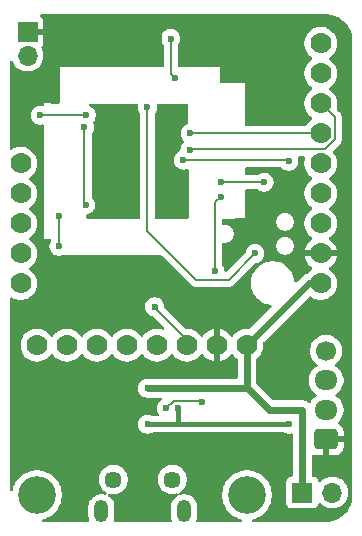
<source format=gbl>
G04 #@! TF.GenerationSoftware,KiCad,Pcbnew,9.0.0*
G04 #@! TF.CreationDate,2025-03-18T22:55:58-07:00*
G04 #@! TF.ProjectId,timingGatesSTM32V1,74696d69-6e67-4476-9174-657353544d33,rev?*
G04 #@! TF.SameCoordinates,Original*
G04 #@! TF.FileFunction,Copper,L4,Bot*
G04 #@! TF.FilePolarity,Positive*
%FSLAX46Y46*%
G04 Gerber Fmt 4.6, Leading zero omitted, Abs format (unit mm)*
G04 Created by KiCad (PCBNEW 9.0.0) date 2025-03-18 22:55:58*
%MOMM*%
%LPD*%
G01*
G04 APERTURE LIST*
G04 Aperture macros list*
%AMRoundRect*
0 Rectangle with rounded corners*
0 $1 Rounding radius*
0 $2 $3 $4 $5 $6 $7 $8 $9 X,Y pos of 4 corners*
0 Add a 4 corners polygon primitive as box body*
4,1,4,$2,$3,$4,$5,$6,$7,$8,$9,$2,$3,0*
0 Add four circle primitives for the rounded corners*
1,1,$1+$1,$2,$3*
1,1,$1+$1,$4,$5*
1,1,$1+$1,$6,$7*
1,1,$1+$1,$8,$9*
0 Add four rect primitives between the rounded corners*
20,1,$1+$1,$2,$3,$4,$5,0*
20,1,$1+$1,$4,$5,$6,$7,0*
20,1,$1+$1,$6,$7,$8,$9,0*
20,1,$1+$1,$8,$9,$2,$3,0*%
G04 Aperture macros list end*
G04 #@! TA.AperFunction,ComponentPad*
%ADD10R,1.700000X1.700000*%
G04 #@! TD*
G04 #@! TA.AperFunction,ComponentPad*
%ADD11O,1.700000X1.700000*%
G04 #@! TD*
G04 #@! TA.AperFunction,ComponentPad*
%ADD12C,1.778000*%
G04 #@! TD*
G04 #@! TA.AperFunction,ComponentPad*
%ADD13C,1.700000*%
G04 #@! TD*
G04 #@! TA.AperFunction,ComponentPad*
%ADD14O,1.950000X1.700000*%
G04 #@! TD*
G04 #@! TA.AperFunction,ComponentPad*
%ADD15RoundRect,0.250000X-0.725000X0.600000X-0.725000X-0.600000X0.725000X-0.600000X0.725000X0.600000X0*%
G04 #@! TD*
G04 #@! TA.AperFunction,ComponentPad*
%ADD16C,3.200000*%
G04 #@! TD*
G04 #@! TA.AperFunction,ComponentPad*
%ADD17O,1.200000X1.900000*%
G04 #@! TD*
G04 #@! TA.AperFunction,ComponentPad*
%ADD18C,1.450000*%
G04 #@! TD*
G04 #@! TA.AperFunction,ViaPad*
%ADD19C,0.600000*%
G04 #@! TD*
G04 #@! TA.AperFunction,Conductor*
%ADD20C,0.200000*%
G04 #@! TD*
G04 #@! TA.AperFunction,Conductor*
%ADD21C,0.400000*%
G04 #@! TD*
G04 #@! TA.AperFunction,Conductor*
%ADD22C,0.600000*%
G04 #@! TD*
G04 APERTURE END LIST*
D10*
X88500000Y-126140000D03*
D11*
X91040000Y-126140000D03*
D12*
X90069800Y-108437000D03*
X90069800Y-105897000D03*
X90069800Y-103357000D03*
X90069800Y-100817000D03*
X90069800Y-98277000D03*
X90069800Y-95737000D03*
X90069800Y-93197000D03*
X90069800Y-90657000D03*
X90069800Y-88117000D03*
X64669800Y-108437000D03*
X64669800Y-105897000D03*
X64669800Y-103357000D03*
X64669800Y-100817000D03*
X64669800Y-98277000D03*
D13*
X90520000Y-114140000D03*
D14*
X90520000Y-116640000D03*
X90520000Y-119140000D03*
D15*
X90520000Y-121640000D03*
D10*
X65240000Y-87140000D03*
D11*
X65240000Y-89140000D03*
D12*
X83820000Y-113660000D03*
X81280000Y-113660000D03*
X78740000Y-113660000D03*
X76200000Y-113660000D03*
X73660000Y-113660000D03*
X71120000Y-113660000D03*
X68580000Y-113660000D03*
X66040000Y-113660000D03*
D16*
X83820000Y-126360000D03*
X66040000Y-126360000D03*
D17*
X71500000Y-127737500D03*
D18*
X72500000Y-125037500D03*
X77500000Y-125037500D03*
D17*
X78500000Y-127737500D03*
D19*
X77000000Y-119000000D03*
X80000000Y-118500000D03*
X77703060Y-91003060D03*
X70150181Y-101795000D03*
X75400000Y-117300000D03*
X77360000Y-87700000D03*
X70059352Y-95195000D03*
X78000000Y-119000000D03*
X87350000Y-120350000D03*
X75400000Y-120350000D03*
X81588278Y-99859092D03*
X85265735Y-99859092D03*
X81114700Y-107350000D03*
X81594684Y-101094863D03*
X74200000Y-111600000D03*
X84385000Y-88510000D03*
X72890000Y-93550000D03*
X66250000Y-119610000D03*
X77629265Y-95979265D03*
X80140000Y-123820000D03*
X90520000Y-123300000D03*
X67280000Y-86220000D03*
X76400000Y-87700000D03*
X73600000Y-111600000D03*
X85770000Y-105900000D03*
X70355485Y-107069351D03*
X84500000Y-105900000D03*
X75395000Y-93500000D03*
X67900000Y-105300000D03*
X67900000Y-102700000D03*
X87356400Y-98103600D03*
X78445000Y-97990000D03*
X79000000Y-95740000D03*
X75995000Y-110406472D03*
X78980000Y-97170000D03*
X70225000Y-94195000D03*
X66300000Y-94190000D03*
D20*
X80000000Y-118500000D02*
X79899000Y-118399000D01*
X79899000Y-118399000D02*
X77601000Y-118399000D01*
X77601000Y-118399000D02*
X77000000Y-119000000D01*
D21*
X78000000Y-120350000D02*
X78000000Y-119000000D01*
D22*
X83790000Y-117300000D02*
X83820000Y-117270000D01*
X89048000Y-108432000D02*
X90064800Y-108432000D01*
X75400000Y-117300000D02*
X83790000Y-117300000D01*
D20*
X77400000Y-87740000D02*
X77400000Y-90700000D01*
D22*
X85690000Y-119140000D02*
X88500000Y-119140000D01*
X83820000Y-113660000D02*
X89048000Y-108432000D01*
X83820000Y-117270000D02*
X85650000Y-119100000D01*
D20*
X70059352Y-95195000D02*
X70050000Y-95204352D01*
X70150181Y-101795000D02*
X70059352Y-101704171D01*
X77400000Y-90700000D02*
X77703060Y-91003060D01*
D22*
X83820000Y-117270000D02*
X83820000Y-113660000D01*
X88500000Y-126140000D02*
X88500000Y-119140000D01*
D20*
X70059352Y-101704171D02*
X70059352Y-95195000D01*
D22*
X85650000Y-119100000D02*
X85690000Y-119140000D01*
D20*
X77360000Y-87700000D02*
X77400000Y-87740000D01*
D21*
X75400000Y-120350000D02*
X78000000Y-120350000D01*
X78000000Y-120350000D02*
X87350000Y-120350000D01*
D20*
X85265735Y-99859092D02*
X81588278Y-99859092D01*
X81114700Y-101574847D02*
X81594684Y-101094863D01*
X81114700Y-107350000D02*
X81114700Y-101574847D01*
D22*
X90520000Y-121700000D02*
X90525000Y-121695000D01*
D20*
X75395000Y-93500000D02*
X75395000Y-103995000D01*
X82275000Y-108125000D02*
X84500000Y-105900000D01*
X79525000Y-108125000D02*
X82275000Y-108125000D01*
X75395000Y-103995000D02*
X79525000Y-108125000D01*
X67900000Y-102700000D02*
X67900000Y-105100000D01*
X67900000Y-105100000D02*
X67900000Y-105300000D01*
X78445000Y-97990000D02*
X87242800Y-97990000D01*
X87242800Y-97990000D02*
X87356400Y-98103600D01*
X90064800Y-95732000D02*
X79388000Y-95732000D01*
X79000000Y-95740000D02*
X78890000Y-95740000D01*
X79388000Y-95732000D02*
X79380000Y-95740000D01*
X79380000Y-95740000D02*
X79000000Y-95740000D01*
X78740000Y-113240000D02*
X78740000Y-113660000D01*
X75995000Y-110495000D02*
X78740000Y-113240000D01*
X75995000Y-110406472D02*
X75995000Y-110495000D01*
X90064800Y-93192000D02*
X91258800Y-94386000D01*
X90405300Y-97083000D02*
X79067000Y-97083000D01*
X79067000Y-97083000D02*
X78980000Y-97170000D01*
X91258800Y-94386000D02*
X91258800Y-96229500D01*
X91258800Y-96229500D02*
X90405300Y-97083000D01*
X70225000Y-94195000D02*
X70220000Y-94190000D01*
X70220000Y-94190000D02*
X66310000Y-94190000D01*
G04 #@! TA.AperFunction,Conductor*
G36*
X78735487Y-93207929D02*
G01*
X78802510Y-93227663D01*
X78848226Y-93280501D01*
X78859394Y-93331604D01*
X78863370Y-94848905D01*
X78843861Y-94915996D01*
X78791177Y-94961889D01*
X78772199Y-94968047D01*
X78772335Y-94968494D01*
X78766498Y-94970264D01*
X78620827Y-95030602D01*
X78620814Y-95030609D01*
X78489711Y-95118210D01*
X78489707Y-95118213D01*
X78378213Y-95229707D01*
X78378210Y-95229711D01*
X78290609Y-95360814D01*
X78290602Y-95360827D01*
X78230264Y-95506498D01*
X78230261Y-95506510D01*
X78199500Y-95661153D01*
X78199500Y-95818846D01*
X78230261Y-95973489D01*
X78230264Y-95973501D01*
X78290602Y-96119172D01*
X78290609Y-96119185D01*
X78378210Y-96250288D01*
X78378213Y-96250292D01*
X78486611Y-96358690D01*
X78520096Y-96420013D01*
X78515112Y-96489705D01*
X78474307Y-96544211D01*
X78474419Y-96544347D01*
X78473867Y-96544799D01*
X78473240Y-96545638D01*
X78470374Y-96547666D01*
X78469707Y-96548213D01*
X78358213Y-96659707D01*
X78358210Y-96659711D01*
X78270609Y-96790814D01*
X78270602Y-96790827D01*
X78210264Y-96936498D01*
X78210261Y-96936510D01*
X78179500Y-97091153D01*
X78179500Y-97150664D01*
X78159815Y-97217703D01*
X78107011Y-97263458D01*
X78102953Y-97265225D01*
X78065824Y-97280604D01*
X78065814Y-97280609D01*
X77934711Y-97368210D01*
X77934707Y-97368213D01*
X77823213Y-97479707D01*
X77823210Y-97479711D01*
X77735609Y-97610814D01*
X77735602Y-97610827D01*
X77675264Y-97756498D01*
X77675261Y-97756510D01*
X77644500Y-97911153D01*
X77644500Y-98068846D01*
X77675261Y-98223489D01*
X77675264Y-98223501D01*
X77735602Y-98369172D01*
X77735609Y-98369185D01*
X77823210Y-98500288D01*
X77823213Y-98500292D01*
X77934707Y-98611786D01*
X77934711Y-98611789D01*
X78065814Y-98699390D01*
X78065827Y-98699397D01*
X78169529Y-98742351D01*
X78211503Y-98759737D01*
X78366153Y-98790499D01*
X78366156Y-98790500D01*
X78366158Y-98790500D01*
X78523844Y-98790500D01*
X78523845Y-98790499D01*
X78678497Y-98759737D01*
X78702437Y-98749820D01*
X78771905Y-98742351D01*
X78834384Y-98773625D01*
X78870038Y-98833713D01*
X78873890Y-98864056D01*
X78884286Y-102831481D01*
X78864777Y-102898572D01*
X78812093Y-102944465D01*
X78760194Y-102955806D01*
X76119408Y-102953857D01*
X76052384Y-102934123D01*
X76006668Y-102881285D01*
X75995500Y-102829857D01*
X75995500Y-94079765D01*
X76015185Y-94012726D01*
X76016398Y-94010874D01*
X76104390Y-93879185D01*
X76104390Y-93879184D01*
X76104394Y-93879179D01*
X76164737Y-93733497D01*
X76195500Y-93578842D01*
X76195500Y-93421158D01*
X76195322Y-93420264D01*
X76189203Y-93389500D01*
X76182206Y-93354325D01*
X76188433Y-93284736D01*
X76231295Y-93229558D01*
X76297184Y-93206313D01*
X76303906Y-93206135D01*
X78735487Y-93207929D01*
G37*
G04 #@! TD.AperFunction*
G04 #@! TA.AperFunction,Conductor*
G36*
X74486535Y-93204793D02*
G01*
X74553558Y-93224527D01*
X74599274Y-93277365D01*
X74609167Y-93346531D01*
X74608060Y-93352983D01*
X74594500Y-93421158D01*
X74594500Y-93578846D01*
X74625261Y-93733489D01*
X74625264Y-93733501D01*
X74685602Y-93879172D01*
X74685609Y-93879185D01*
X74773602Y-94010874D01*
X74794480Y-94077551D01*
X74794500Y-94079765D01*
X74794500Y-102828788D01*
X74774815Y-102895827D01*
X74722011Y-102941582D01*
X74670408Y-102952788D01*
X70289102Y-102949555D01*
X70280619Y-102947057D01*
X70271869Y-102948339D01*
X70247617Y-102937340D01*
X70222078Y-102929821D01*
X70216292Y-102923134D01*
X70208237Y-102919481D01*
X70193780Y-102897114D01*
X70176362Y-102876983D01*
X70174111Y-102866684D01*
X70170309Y-102860802D01*
X70165194Y-102825880D01*
X70165188Y-102823616D01*
X70164891Y-102710342D01*
X70184400Y-102643254D01*
X70237084Y-102597361D01*
X70264689Y-102588405D01*
X70383678Y-102564737D01*
X70529360Y-102504394D01*
X70660470Y-102416789D01*
X70771970Y-102305289D01*
X70859575Y-102174179D01*
X70919918Y-102028497D01*
X70950681Y-101873842D01*
X70950681Y-101716158D01*
X70950681Y-101716155D01*
X70950680Y-101716153D01*
X70919919Y-101561510D01*
X70919918Y-101561503D01*
X70913189Y-101545257D01*
X70859578Y-101415827D01*
X70859571Y-101415814D01*
X70771970Y-101284711D01*
X70771967Y-101284707D01*
X70696171Y-101208911D01*
X70662686Y-101147588D01*
X70659852Y-101121230D01*
X70659852Y-95774765D01*
X70679537Y-95707726D01*
X70680750Y-95705874D01*
X70768742Y-95574185D01*
X70768742Y-95574184D01*
X70768746Y-95574179D01*
X70829089Y-95428497D01*
X70859852Y-95273842D01*
X70859852Y-95116158D01*
X70859852Y-95116155D01*
X70859851Y-95116153D01*
X70829090Y-94961506D01*
X70829089Y-94961504D01*
X70829089Y-94961503D01*
X70790935Y-94869392D01*
X70783467Y-94799926D01*
X70814742Y-94737447D01*
X70817771Y-94734306D01*
X70846789Y-94705289D01*
X70934394Y-94574179D01*
X70994737Y-94428497D01*
X71025500Y-94273842D01*
X71025500Y-94116158D01*
X71025500Y-94116155D01*
X71025499Y-94116153D01*
X71018261Y-94079765D01*
X70994737Y-93961503D01*
X70960635Y-93879172D01*
X70934397Y-93815827D01*
X70934390Y-93815814D01*
X70846789Y-93684711D01*
X70846786Y-93684707D01*
X70735292Y-93573213D01*
X70735288Y-93573210D01*
X70604185Y-93485609D01*
X70604175Y-93485604D01*
X70495149Y-93440444D01*
X70440746Y-93396603D01*
X70418681Y-93330309D01*
X70435960Y-93262609D01*
X70487098Y-93214999D01*
X70542690Y-93201883D01*
X74486535Y-93204793D01*
G37*
G04 #@! TD.AperFunction*
G04 #@! TA.AperFunction,Conductor*
G36*
X90493736Y-85640726D02*
G01*
X90753662Y-85656448D01*
X90768524Y-85658253D01*
X90839528Y-85671264D01*
X91020969Y-85704515D01*
X91035498Y-85708096D01*
X91280523Y-85784449D01*
X91294516Y-85789755D01*
X91528562Y-85895091D01*
X91541808Y-85902044D01*
X91761449Y-86034821D01*
X91773760Y-86043319D01*
X91975792Y-86201601D01*
X91987000Y-86211531D01*
X92168468Y-86392999D01*
X92178398Y-86404207D01*
X92336676Y-86606233D01*
X92345182Y-86618556D01*
X92477952Y-86838185D01*
X92484911Y-86851444D01*
X92590242Y-87085480D01*
X92595551Y-87099480D01*
X92671901Y-87344494D01*
X92675485Y-87359034D01*
X92721746Y-87611475D01*
X92723551Y-87626339D01*
X92739274Y-87886263D01*
X92739500Y-87893750D01*
X92739500Y-126386249D01*
X92739274Y-126393736D01*
X92723551Y-126653660D01*
X92721746Y-126668524D01*
X92675485Y-126920965D01*
X92671901Y-126935505D01*
X92595551Y-127180519D01*
X92590242Y-127194519D01*
X92484911Y-127428555D01*
X92477952Y-127441814D01*
X92345182Y-127661443D01*
X92336676Y-127673766D01*
X92178398Y-127875792D01*
X92168468Y-127887000D01*
X91987000Y-128068468D01*
X91975792Y-128078398D01*
X91773766Y-128236676D01*
X91761443Y-128245182D01*
X91541814Y-128377952D01*
X91528555Y-128384911D01*
X91294519Y-128490242D01*
X91280519Y-128495551D01*
X91035505Y-128571901D01*
X91020965Y-128575485D01*
X90768524Y-128621746D01*
X90753660Y-128623551D01*
X90493736Y-128639274D01*
X90486249Y-128639500D01*
X84370372Y-128639500D01*
X84303333Y-128619815D01*
X84257578Y-128567011D01*
X84247634Y-128497853D01*
X84276659Y-128434297D01*
X84335437Y-128396523D01*
X84338252Y-128395732D01*
X84496632Y-128353295D01*
X84751021Y-128247923D01*
X84989479Y-128110249D01*
X85207928Y-127942628D01*
X85402628Y-127747928D01*
X85570249Y-127529479D01*
X85707923Y-127291021D01*
X85813295Y-127036632D01*
X85884560Y-126770666D01*
X85920500Y-126497674D01*
X85920500Y-126222326D01*
X85884560Y-125949334D01*
X85813295Y-125683368D01*
X85707923Y-125428979D01*
X85707921Y-125428976D01*
X85707919Y-125428971D01*
X85647584Y-125324469D01*
X85570249Y-125190521D01*
X85460632Y-125047664D01*
X85402629Y-124972073D01*
X85402623Y-124972066D01*
X85207933Y-124777376D01*
X85207926Y-124777370D01*
X84989483Y-124609754D01*
X84989482Y-124609753D01*
X84989479Y-124609751D01*
X84894407Y-124554861D01*
X84751028Y-124472080D01*
X84751017Y-124472075D01*
X84496630Y-124366704D01*
X84363649Y-124331072D01*
X84230666Y-124295440D01*
X84230660Y-124295439D01*
X84230655Y-124295438D01*
X83957684Y-124259501D01*
X83957679Y-124259500D01*
X83957674Y-124259500D01*
X83682326Y-124259500D01*
X83682320Y-124259500D01*
X83682315Y-124259501D01*
X83409344Y-124295438D01*
X83409337Y-124295439D01*
X83409334Y-124295440D01*
X83353125Y-124310500D01*
X83143369Y-124366704D01*
X82888982Y-124472075D01*
X82888971Y-124472080D01*
X82650516Y-124609754D01*
X82432073Y-124777370D01*
X82432066Y-124777376D01*
X82237376Y-124972066D01*
X82237370Y-124972073D01*
X82069754Y-125190516D01*
X81932080Y-125428971D01*
X81932075Y-125428982D01*
X81826704Y-125683369D01*
X81755441Y-125949331D01*
X81755438Y-125949344D01*
X81719501Y-126222315D01*
X81719500Y-126222332D01*
X81719500Y-126497667D01*
X81719501Y-126497684D01*
X81755438Y-126770655D01*
X81755439Y-126770660D01*
X81755440Y-126770666D01*
X81776112Y-126847816D01*
X81826704Y-127036630D01*
X81932075Y-127291017D01*
X81932080Y-127291028D01*
X82011482Y-127428555D01*
X82069751Y-127529479D01*
X82069753Y-127529482D01*
X82069754Y-127529483D01*
X82237370Y-127747926D01*
X82237376Y-127747933D01*
X82432066Y-127942623D01*
X82432072Y-127942628D01*
X82650521Y-128110249D01*
X82803778Y-128198732D01*
X82888971Y-128247919D01*
X82888976Y-128247921D01*
X82888979Y-128247923D01*
X83143368Y-128353295D01*
X83301721Y-128395725D01*
X83361382Y-128432090D01*
X83391911Y-128494937D01*
X83383616Y-128564312D01*
X83339131Y-128618190D01*
X83272579Y-128639465D01*
X83269628Y-128639500D01*
X79648449Y-128639500D01*
X79581410Y-128619815D01*
X79535655Y-128567011D01*
X79525711Y-128497853D01*
X79530518Y-128477182D01*
X79573402Y-128345201D01*
X79600500Y-128174111D01*
X79600500Y-127300889D01*
X79573402Y-127129799D01*
X79519873Y-126965055D01*
X79441232Y-126810712D01*
X79339414Y-126670572D01*
X79216928Y-126548086D01*
X79076788Y-126446268D01*
X78922445Y-126367627D01*
X78757701Y-126314098D01*
X78757699Y-126314097D01*
X78757698Y-126314097D01*
X78626271Y-126293281D01*
X78586611Y-126287000D01*
X78413389Y-126287000D01*
X78381192Y-126292099D01*
X78242301Y-126314097D01*
X78242299Y-126314097D01*
X78227207Y-126319001D01*
X78157366Y-126320993D01*
X78097535Y-126284909D01*
X78066710Y-126222207D01*
X78074678Y-126152793D01*
X78118909Y-126098706D01*
X78132591Y-126090588D01*
X78142302Y-126085641D01*
X78298359Y-125972259D01*
X78434759Y-125835859D01*
X78548141Y-125679802D01*
X78635715Y-125507929D01*
X78695324Y-125324472D01*
X78725500Y-125133949D01*
X78725500Y-124941051D01*
X78695324Y-124750528D01*
X78635715Y-124567071D01*
X78548141Y-124395198D01*
X78434759Y-124239141D01*
X78298359Y-124102741D01*
X78142302Y-123989359D01*
X77970429Y-123901785D01*
X77786972Y-123842176D01*
X77786970Y-123842175D01*
X77786969Y-123842175D01*
X77640614Y-123818995D01*
X77596449Y-123812000D01*
X77403551Y-123812000D01*
X77367697Y-123817678D01*
X77213030Y-123842175D01*
X77029568Y-123901786D01*
X76857697Y-123989359D01*
X76768661Y-124054047D01*
X76701641Y-124102741D01*
X76701639Y-124102743D01*
X76701638Y-124102743D01*
X76565243Y-124239138D01*
X76565243Y-124239139D01*
X76565241Y-124239141D01*
X76550449Y-124259501D01*
X76451859Y-124395197D01*
X76364286Y-124567068D01*
X76304675Y-124750530D01*
X76274500Y-124941051D01*
X76274500Y-125133948D01*
X76304675Y-125324469D01*
X76304676Y-125324472D01*
X76364285Y-125507929D01*
X76451859Y-125679802D01*
X76565241Y-125835859D01*
X76701641Y-125972259D01*
X76857698Y-126085641D01*
X77029571Y-126173215D01*
X77213028Y-126232824D01*
X77403551Y-126263000D01*
X77403552Y-126263000D01*
X77596448Y-126263000D01*
X77596449Y-126263000D01*
X77786972Y-126232824D01*
X77822020Y-126221435D01*
X77891858Y-126219440D01*
X77951691Y-126255520D01*
X77982520Y-126318221D01*
X77974556Y-126387635D01*
X77930328Y-126441725D01*
X77925132Y-126445090D01*
X77923223Y-126446259D01*
X77852458Y-126497674D01*
X77783072Y-126548086D01*
X77783070Y-126548088D01*
X77783069Y-126548088D01*
X77660588Y-126670569D01*
X77660588Y-126670570D01*
X77660586Y-126670572D01*
X77616859Y-126730756D01*
X77558768Y-126810711D01*
X77480128Y-126965052D01*
X77426597Y-127129802D01*
X77399500Y-127300889D01*
X77399500Y-128174110D01*
X77410756Y-128245182D01*
X77426598Y-128345201D01*
X77464061Y-128460500D01*
X77469482Y-128477182D01*
X77471477Y-128547023D01*
X77435397Y-128606856D01*
X77372696Y-128637684D01*
X77351551Y-128639500D01*
X72648449Y-128639500D01*
X72581410Y-128619815D01*
X72535655Y-128567011D01*
X72525711Y-128497853D01*
X72530518Y-128477182D01*
X72573402Y-128345201D01*
X72600500Y-128174111D01*
X72600500Y-127300889D01*
X72573402Y-127129799D01*
X72519873Y-126965055D01*
X72441232Y-126810712D01*
X72339414Y-126670572D01*
X72216928Y-126548086D01*
X72146858Y-126497177D01*
X72076786Y-126446266D01*
X72074874Y-126445095D01*
X72074299Y-126444460D01*
X72072846Y-126443404D01*
X72073067Y-126443098D01*
X72027998Y-126393284D01*
X72016575Y-126324354D01*
X72044231Y-126260191D01*
X72102187Y-126221166D01*
X72172040Y-126219669D01*
X72177952Y-126221427D01*
X72213028Y-126232824D01*
X72403551Y-126263000D01*
X72403552Y-126263000D01*
X72596448Y-126263000D01*
X72596449Y-126263000D01*
X72786972Y-126232824D01*
X72970429Y-126173215D01*
X73142302Y-126085641D01*
X73298359Y-125972259D01*
X73434759Y-125835859D01*
X73548141Y-125679802D01*
X73635715Y-125507929D01*
X73695324Y-125324472D01*
X73725500Y-125133949D01*
X73725500Y-124941051D01*
X73695324Y-124750528D01*
X73635715Y-124567071D01*
X73548141Y-124395198D01*
X73434759Y-124239141D01*
X73298359Y-124102741D01*
X73142302Y-123989359D01*
X72970429Y-123901785D01*
X72786972Y-123842176D01*
X72786970Y-123842175D01*
X72786969Y-123842175D01*
X72640614Y-123818995D01*
X72596449Y-123812000D01*
X72403551Y-123812000D01*
X72367697Y-123817678D01*
X72213030Y-123842175D01*
X72029568Y-123901786D01*
X71857697Y-123989359D01*
X71768661Y-124054047D01*
X71701641Y-124102741D01*
X71701639Y-124102743D01*
X71701638Y-124102743D01*
X71565243Y-124239138D01*
X71565243Y-124239139D01*
X71565241Y-124239141D01*
X71550449Y-124259501D01*
X71451859Y-124395197D01*
X71364286Y-124567068D01*
X71304675Y-124750530D01*
X71274500Y-124941051D01*
X71274500Y-125133948D01*
X71304675Y-125324469D01*
X71304676Y-125324472D01*
X71364285Y-125507929D01*
X71451859Y-125679802D01*
X71565241Y-125835859D01*
X71701641Y-125972259D01*
X71857698Y-126085641D01*
X71867394Y-126090581D01*
X71918192Y-126138553D01*
X71934990Y-126206373D01*
X71912456Y-126272509D01*
X71857742Y-126315963D01*
X71788222Y-126322938D01*
X71772790Y-126319000D01*
X71757703Y-126314098D01*
X71757698Y-126314097D01*
X71626271Y-126293281D01*
X71586611Y-126287000D01*
X71413389Y-126287000D01*
X71373728Y-126293281D01*
X71242302Y-126314097D01*
X71077552Y-126367628D01*
X70923211Y-126446268D01*
X70852458Y-126497674D01*
X70783072Y-126548086D01*
X70783070Y-126548088D01*
X70783069Y-126548088D01*
X70660588Y-126670569D01*
X70660588Y-126670570D01*
X70660586Y-126670572D01*
X70616859Y-126730756D01*
X70558768Y-126810711D01*
X70480128Y-126965052D01*
X70426597Y-127129802D01*
X70399500Y-127300889D01*
X70399500Y-128174110D01*
X70410756Y-128245182D01*
X70426598Y-128345201D01*
X70464061Y-128460500D01*
X70469482Y-128477182D01*
X70471477Y-128547023D01*
X70435397Y-128606856D01*
X70372696Y-128637684D01*
X70351551Y-128639500D01*
X66590372Y-128639500D01*
X66523333Y-128619815D01*
X66477578Y-128567011D01*
X66467634Y-128497853D01*
X66496659Y-128434297D01*
X66555437Y-128396523D01*
X66558252Y-128395732D01*
X66716632Y-128353295D01*
X66971021Y-128247923D01*
X67209479Y-128110249D01*
X67427928Y-127942628D01*
X67622628Y-127747928D01*
X67790249Y-127529479D01*
X67927923Y-127291021D01*
X68033295Y-127036632D01*
X68104560Y-126770666D01*
X68140500Y-126497674D01*
X68140500Y-126222326D01*
X68104560Y-125949334D01*
X68033295Y-125683368D01*
X67927923Y-125428979D01*
X67927921Y-125428976D01*
X67927919Y-125428971D01*
X67867584Y-125324469D01*
X67790249Y-125190521D01*
X67680632Y-125047664D01*
X67622629Y-124972073D01*
X67622623Y-124972066D01*
X67427933Y-124777376D01*
X67427926Y-124777370D01*
X67209483Y-124609754D01*
X67209482Y-124609753D01*
X67209479Y-124609751D01*
X67114407Y-124554861D01*
X66971028Y-124472080D01*
X66971017Y-124472075D01*
X66716630Y-124366704D01*
X66583649Y-124331072D01*
X66450666Y-124295440D01*
X66450660Y-124295439D01*
X66450655Y-124295438D01*
X66177684Y-124259501D01*
X66177679Y-124259500D01*
X66177674Y-124259500D01*
X65902326Y-124259500D01*
X65902320Y-124259500D01*
X65902315Y-124259501D01*
X65629344Y-124295438D01*
X65629337Y-124295439D01*
X65629334Y-124295440D01*
X65573125Y-124310500D01*
X65363369Y-124366704D01*
X65108982Y-124472075D01*
X65108971Y-124472080D01*
X64870516Y-124609754D01*
X64652073Y-124777370D01*
X64652066Y-124777376D01*
X64457376Y-124972066D01*
X64457370Y-124972073D01*
X64289754Y-125190516D01*
X64152080Y-125428971D01*
X64152075Y-125428982D01*
X64046704Y-125683369D01*
X63984275Y-125916363D01*
X63947910Y-125976024D01*
X63885063Y-126006553D01*
X63815688Y-125998258D01*
X63761810Y-125953773D01*
X63740535Y-125887221D01*
X63740500Y-125884270D01*
X63740500Y-113550638D01*
X64650500Y-113550638D01*
X64650500Y-113769361D01*
X64684714Y-113985376D01*
X64752297Y-114193380D01*
X64752298Y-114193383D01*
X64779255Y-114246287D01*
X64839722Y-114364960D01*
X64851595Y-114388260D01*
X64980142Y-114565193D01*
X65134806Y-114719857D01*
X65300374Y-114840147D01*
X65311743Y-114848407D01*
X65439132Y-114913315D01*
X65506616Y-114947701D01*
X65506619Y-114947702D01*
X65610621Y-114981493D01*
X65714625Y-115015286D01*
X65814672Y-115031132D01*
X65930639Y-115049500D01*
X65930644Y-115049500D01*
X66149361Y-115049500D01*
X66254082Y-115032912D01*
X66365375Y-115015286D01*
X66573383Y-114947701D01*
X66768257Y-114848407D01*
X66891615Y-114758783D01*
X66945193Y-114719857D01*
X66945195Y-114719854D01*
X66945199Y-114719852D01*
X67099852Y-114565199D01*
X67209683Y-114414028D01*
X67265011Y-114371364D01*
X67334624Y-114365385D01*
X67396420Y-114397990D01*
X67410313Y-114414023D01*
X67519906Y-114564866D01*
X67520148Y-114565199D01*
X67674806Y-114719857D01*
X67840374Y-114840147D01*
X67851743Y-114848407D01*
X67979132Y-114913315D01*
X68046616Y-114947701D01*
X68046619Y-114947702D01*
X68150621Y-114981493D01*
X68254625Y-115015286D01*
X68354672Y-115031132D01*
X68470639Y-115049500D01*
X68470644Y-115049500D01*
X68689361Y-115049500D01*
X68794082Y-115032912D01*
X68905375Y-115015286D01*
X69113383Y-114947701D01*
X69308257Y-114848407D01*
X69431615Y-114758783D01*
X69485193Y-114719857D01*
X69485195Y-114719854D01*
X69485199Y-114719852D01*
X69639852Y-114565199D01*
X69749683Y-114414028D01*
X69805011Y-114371364D01*
X69874624Y-114365385D01*
X69936420Y-114397990D01*
X69950313Y-114414023D01*
X70059906Y-114564866D01*
X70060148Y-114565199D01*
X70214806Y-114719857D01*
X70380374Y-114840147D01*
X70391743Y-114848407D01*
X70519132Y-114913315D01*
X70586616Y-114947701D01*
X70586619Y-114947702D01*
X70690621Y-114981493D01*
X70794625Y-115015286D01*
X70894672Y-115031132D01*
X71010639Y-115049500D01*
X71010644Y-115049500D01*
X71229361Y-115049500D01*
X71334082Y-115032912D01*
X71445375Y-115015286D01*
X71653383Y-114947701D01*
X71848257Y-114848407D01*
X71971615Y-114758783D01*
X72025193Y-114719857D01*
X72025195Y-114719854D01*
X72025199Y-114719852D01*
X72179852Y-114565199D01*
X72289683Y-114414028D01*
X72345011Y-114371364D01*
X72414624Y-114365385D01*
X72476420Y-114397990D01*
X72490313Y-114414023D01*
X72599906Y-114564866D01*
X72600148Y-114565199D01*
X72754806Y-114719857D01*
X72920374Y-114840147D01*
X72931743Y-114848407D01*
X73059132Y-114913315D01*
X73126616Y-114947701D01*
X73126619Y-114947702D01*
X73230621Y-114981493D01*
X73334625Y-115015286D01*
X73434672Y-115031132D01*
X73550639Y-115049500D01*
X73550644Y-115049500D01*
X73769361Y-115049500D01*
X73874082Y-115032912D01*
X73985375Y-115015286D01*
X74193383Y-114947701D01*
X74388257Y-114848407D01*
X74511615Y-114758783D01*
X74565193Y-114719857D01*
X74565195Y-114719854D01*
X74565199Y-114719852D01*
X74719852Y-114565199D01*
X74829683Y-114414028D01*
X74885011Y-114371364D01*
X74954624Y-114365385D01*
X75016420Y-114397990D01*
X75030313Y-114414023D01*
X75139906Y-114564866D01*
X75140148Y-114565199D01*
X75294806Y-114719857D01*
X75460374Y-114840147D01*
X75471743Y-114848407D01*
X75599132Y-114913315D01*
X75666616Y-114947701D01*
X75666619Y-114947702D01*
X75770621Y-114981493D01*
X75874625Y-115015286D01*
X75974672Y-115031132D01*
X76090639Y-115049500D01*
X76090644Y-115049500D01*
X76309361Y-115049500D01*
X76414082Y-115032912D01*
X76525375Y-115015286D01*
X76733383Y-114947701D01*
X76928257Y-114848407D01*
X77051615Y-114758783D01*
X77105193Y-114719857D01*
X77105195Y-114719854D01*
X77105199Y-114719852D01*
X77259852Y-114565199D01*
X77369683Y-114414028D01*
X77425011Y-114371364D01*
X77494624Y-114365385D01*
X77556420Y-114397990D01*
X77570313Y-114414023D01*
X77679906Y-114564866D01*
X77680148Y-114565199D01*
X77834806Y-114719857D01*
X78000374Y-114840147D01*
X78011743Y-114848407D01*
X78139132Y-114913315D01*
X78206616Y-114947701D01*
X78206619Y-114947702D01*
X78310621Y-114981493D01*
X78414625Y-115015286D01*
X78514672Y-115031132D01*
X78630639Y-115049500D01*
X78630644Y-115049500D01*
X78849361Y-115049500D01*
X78954082Y-115032912D01*
X79065375Y-115015286D01*
X79273383Y-114947701D01*
X79468257Y-114848407D01*
X79591615Y-114758783D01*
X79645193Y-114719857D01*
X79645195Y-114719854D01*
X79645199Y-114719852D01*
X79799852Y-114565199D01*
X79909991Y-114413603D01*
X79965320Y-114370939D01*
X80034933Y-114364960D01*
X80096729Y-114397565D01*
X80110627Y-114413605D01*
X80220524Y-114564866D01*
X80220528Y-114564871D01*
X80375128Y-114719471D01*
X80375133Y-114719475D01*
X80552001Y-114847976D01*
X80746808Y-114947237D01*
X80746811Y-114947238D01*
X80954739Y-115014797D01*
X81029999Y-115026717D01*
X81030000Y-115026717D01*
X81030000Y-114093012D01*
X81087007Y-114125925D01*
X81214174Y-114160000D01*
X81345826Y-114160000D01*
X81472993Y-114125925D01*
X81530000Y-114093012D01*
X81530000Y-115026717D01*
X81605258Y-115014797D01*
X81605261Y-115014797D01*
X81813188Y-114947238D01*
X81813191Y-114947237D01*
X82007998Y-114847976D01*
X82184866Y-114719475D01*
X82184871Y-114719471D01*
X82339469Y-114564873D01*
X82449371Y-114413605D01*
X82504701Y-114370939D01*
X82574314Y-114364960D01*
X82636110Y-114397565D01*
X82650008Y-114413605D01*
X82760142Y-114565192D01*
X82760146Y-114565197D01*
X82914804Y-114719855D01*
X82968385Y-114758783D01*
X83011051Y-114814112D01*
X83019500Y-114859101D01*
X83019500Y-116375500D01*
X82999815Y-116442539D01*
X82947011Y-116488294D01*
X82895500Y-116499500D01*
X75321155Y-116499500D01*
X75166510Y-116530261D01*
X75166498Y-116530264D01*
X75020827Y-116590602D01*
X75020814Y-116590609D01*
X74889711Y-116678210D01*
X74889707Y-116678213D01*
X74778213Y-116789707D01*
X74778210Y-116789711D01*
X74690609Y-116920814D01*
X74690602Y-116920827D01*
X74630264Y-117066498D01*
X74630261Y-117066510D01*
X74599500Y-117221153D01*
X74599500Y-117378846D01*
X74630261Y-117533489D01*
X74630264Y-117533501D01*
X74690602Y-117679172D01*
X74690609Y-117679185D01*
X74778210Y-117810288D01*
X74778213Y-117810292D01*
X74889707Y-117921786D01*
X74889711Y-117921789D01*
X75020814Y-118009390D01*
X75020827Y-118009397D01*
X75166498Y-118069735D01*
X75166503Y-118069737D01*
X75321153Y-118100499D01*
X75321156Y-118100500D01*
X75321158Y-118100500D01*
X76496561Y-118100500D01*
X76563600Y-118120185D01*
X76609355Y-118172989D01*
X76619299Y-118242147D01*
X76590274Y-118305703D01*
X76565452Y-118327602D01*
X76489711Y-118378210D01*
X76489707Y-118378213D01*
X76378213Y-118489707D01*
X76378210Y-118489711D01*
X76290609Y-118620814D01*
X76290602Y-118620827D01*
X76230264Y-118766498D01*
X76230261Y-118766510D01*
X76199500Y-118921153D01*
X76199500Y-119078846D01*
X76230261Y-119233489D01*
X76230264Y-119233501D01*
X76290602Y-119379172D01*
X76290609Y-119379184D01*
X76342343Y-119456609D01*
X76363221Y-119523286D01*
X76344737Y-119590666D01*
X76292758Y-119637357D01*
X76239241Y-119649500D01*
X75825316Y-119649500D01*
X75777864Y-119640061D01*
X75633501Y-119580264D01*
X75633489Y-119580261D01*
X75478845Y-119549500D01*
X75478842Y-119549500D01*
X75321158Y-119549500D01*
X75321155Y-119549500D01*
X75166510Y-119580261D01*
X75166498Y-119580264D01*
X75020827Y-119640602D01*
X75020814Y-119640609D01*
X74889711Y-119728210D01*
X74889707Y-119728213D01*
X74778213Y-119839707D01*
X74778210Y-119839711D01*
X74690609Y-119970814D01*
X74690602Y-119970827D01*
X74630264Y-120116498D01*
X74630261Y-120116510D01*
X74599500Y-120271153D01*
X74599500Y-120428846D01*
X74630261Y-120583489D01*
X74630264Y-120583501D01*
X74690602Y-120729172D01*
X74690609Y-120729185D01*
X74778210Y-120860288D01*
X74778213Y-120860292D01*
X74889707Y-120971786D01*
X74889711Y-120971789D01*
X75020814Y-121059390D01*
X75020827Y-121059397D01*
X75166498Y-121119735D01*
X75166503Y-121119737D01*
X75321153Y-121150499D01*
X75321156Y-121150500D01*
X75321158Y-121150500D01*
X75478844Y-121150500D01*
X75478845Y-121150499D01*
X75633497Y-121119737D01*
X75749501Y-121071687D01*
X75777864Y-121059939D01*
X75825316Y-121050500D01*
X77931007Y-121050500D01*
X86924684Y-121050500D01*
X86972136Y-121059939D01*
X87000499Y-121071687D01*
X87116503Y-121119737D01*
X87271153Y-121150499D01*
X87271156Y-121150500D01*
X87271158Y-121150500D01*
X87428844Y-121150500D01*
X87551308Y-121126140D01*
X87620900Y-121132367D01*
X87676077Y-121175230D01*
X87699322Y-121241120D01*
X87699500Y-121247757D01*
X87699500Y-124667648D01*
X87679815Y-124734687D01*
X87627011Y-124780442D01*
X87588755Y-124790938D01*
X87542516Y-124795909D01*
X87407671Y-124846202D01*
X87407664Y-124846206D01*
X87292455Y-124932452D01*
X87292452Y-124932455D01*
X87206206Y-125047664D01*
X87206202Y-125047671D01*
X87155908Y-125182517D01*
X87149501Y-125242116D01*
X87149500Y-125242135D01*
X87149500Y-127037870D01*
X87149501Y-127037876D01*
X87155908Y-127097483D01*
X87206202Y-127232328D01*
X87206206Y-127232335D01*
X87292452Y-127347544D01*
X87292455Y-127347547D01*
X87407664Y-127433793D01*
X87407671Y-127433797D01*
X87542517Y-127484091D01*
X87542516Y-127484091D01*
X87549444Y-127484835D01*
X87602127Y-127490500D01*
X89397872Y-127490499D01*
X89457483Y-127484091D01*
X89592331Y-127433796D01*
X89707546Y-127347546D01*
X89793796Y-127232331D01*
X89842810Y-127100916D01*
X89884681Y-127044984D01*
X89950145Y-127020566D01*
X90018418Y-127035417D01*
X90046673Y-127056569D01*
X90160213Y-127170109D01*
X90332179Y-127295048D01*
X90332181Y-127295049D01*
X90332184Y-127295051D01*
X90521588Y-127391557D01*
X90723757Y-127457246D01*
X90933713Y-127490500D01*
X90933714Y-127490500D01*
X91146286Y-127490500D01*
X91146287Y-127490500D01*
X91356243Y-127457246D01*
X91558412Y-127391557D01*
X91747816Y-127295051D01*
X91834138Y-127232335D01*
X91919786Y-127170109D01*
X91919788Y-127170106D01*
X91919792Y-127170104D01*
X92070104Y-127019792D01*
X92070106Y-127019788D01*
X92070109Y-127019786D01*
X92195048Y-126847820D01*
X92195047Y-126847820D01*
X92195051Y-126847816D01*
X92291557Y-126658412D01*
X92357246Y-126456243D01*
X92390500Y-126246287D01*
X92390500Y-126033713D01*
X92357246Y-125823757D01*
X92291557Y-125621588D01*
X92195051Y-125432184D01*
X92195049Y-125432181D01*
X92195048Y-125432179D01*
X92070109Y-125260213D01*
X91919786Y-125109890D01*
X91747820Y-124984951D01*
X91558414Y-124888444D01*
X91558413Y-124888443D01*
X91558412Y-124888443D01*
X91356243Y-124822754D01*
X91356241Y-124822753D01*
X91356240Y-124822753D01*
X91194957Y-124797208D01*
X91146287Y-124789500D01*
X90933713Y-124789500D01*
X90885042Y-124797208D01*
X90723760Y-124822753D01*
X90521585Y-124888444D01*
X90332179Y-124984951D01*
X90160215Y-125109889D01*
X90046673Y-125223431D01*
X89985350Y-125256915D01*
X89915658Y-125251931D01*
X89859725Y-125210059D01*
X89842810Y-125179082D01*
X89793797Y-125047671D01*
X89793793Y-125047664D01*
X89707547Y-124932455D01*
X89707544Y-124932452D01*
X89592335Y-124846206D01*
X89592328Y-124846202D01*
X89457483Y-124795908D01*
X89411243Y-124790937D01*
X89346693Y-124764199D01*
X89306845Y-124706806D01*
X89300500Y-124667648D01*
X89300500Y-123037218D01*
X89320185Y-122970179D01*
X89372989Y-122924424D01*
X89442147Y-122914480D01*
X89468901Y-122922452D01*
X89469023Y-122922086D01*
X89642302Y-122979505D01*
X89642309Y-122979506D01*
X89745019Y-122989999D01*
X90269999Y-122989999D01*
X90270000Y-122989998D01*
X90270000Y-122044145D01*
X90336657Y-122082630D01*
X90457465Y-122115000D01*
X90582535Y-122115000D01*
X90703343Y-122082630D01*
X90770000Y-122044145D01*
X90770000Y-122989999D01*
X91294972Y-122989999D01*
X91294986Y-122989998D01*
X91397697Y-122979505D01*
X91564119Y-122924358D01*
X91564124Y-122924356D01*
X91713345Y-122832315D01*
X91837315Y-122708345D01*
X91929356Y-122559124D01*
X91929358Y-122559119D01*
X91984505Y-122392697D01*
X91984506Y-122392690D01*
X91994999Y-122289986D01*
X91995000Y-122289973D01*
X91995000Y-121890000D01*
X90924146Y-121890000D01*
X90962630Y-121823343D01*
X90995000Y-121702535D01*
X90995000Y-121577465D01*
X90962630Y-121456657D01*
X90924146Y-121390000D01*
X91994999Y-121390000D01*
X91994999Y-120990028D01*
X91994998Y-120990013D01*
X91984505Y-120887302D01*
X91929358Y-120720880D01*
X91929356Y-120720875D01*
X91837315Y-120571654D01*
X91713345Y-120447684D01*
X91558515Y-120352184D01*
X91511791Y-120300236D01*
X91500568Y-120231273D01*
X91528412Y-120167191D01*
X91535909Y-120158986D01*
X91675104Y-120019792D01*
X91800051Y-119847816D01*
X91896557Y-119658412D01*
X91962246Y-119456243D01*
X91995500Y-119246287D01*
X91995500Y-119033713D01*
X91962246Y-118823757D01*
X91896557Y-118621588D01*
X91800051Y-118432184D01*
X91800049Y-118432181D01*
X91800048Y-118432179D01*
X91675109Y-118260213D01*
X91524792Y-118109896D01*
X91511858Y-118100499D01*
X91360204Y-117990316D01*
X91317540Y-117934989D01*
X91311561Y-117865376D01*
X91344166Y-117803580D01*
X91360199Y-117789686D01*
X91524792Y-117670104D01*
X91675104Y-117519792D01*
X91675106Y-117519788D01*
X91675109Y-117519786D01*
X91800048Y-117347820D01*
X91800047Y-117347820D01*
X91800051Y-117347816D01*
X91896557Y-117158412D01*
X91962246Y-116956243D01*
X91995500Y-116746287D01*
X91995500Y-116533713D01*
X91962246Y-116323757D01*
X91896557Y-116121588D01*
X91800051Y-115932184D01*
X91800049Y-115932181D01*
X91800048Y-115932179D01*
X91675109Y-115760213D01*
X91524786Y-115609890D01*
X91352817Y-115484949D01*
X91306008Y-115461099D01*
X91255211Y-115413125D01*
X91238416Y-115345304D01*
X91260953Y-115279169D01*
X91289416Y-115250296D01*
X91399792Y-115170104D01*
X91550104Y-115019792D01*
X91550106Y-115019788D01*
X91550109Y-115019786D01*
X91675048Y-114847820D01*
X91675047Y-114847820D01*
X91675051Y-114847816D01*
X91771557Y-114658412D01*
X91837246Y-114456243D01*
X91870500Y-114246287D01*
X91870500Y-114033713D01*
X91837246Y-113823757D01*
X91771557Y-113621588D01*
X91675051Y-113432184D01*
X91675049Y-113432181D01*
X91675048Y-113432179D01*
X91550109Y-113260213D01*
X91399786Y-113109890D01*
X91227820Y-112984951D01*
X91038414Y-112888444D01*
X91038413Y-112888443D01*
X91038412Y-112888443D01*
X90836243Y-112822754D01*
X90836241Y-112822753D01*
X90836240Y-112822753D01*
X90674957Y-112797208D01*
X90626287Y-112789500D01*
X90413713Y-112789500D01*
X90365042Y-112797208D01*
X90203760Y-112822753D01*
X90001585Y-112888444D01*
X89812179Y-112984951D01*
X89640213Y-113109890D01*
X89489890Y-113260213D01*
X89364951Y-113432179D01*
X89268444Y-113621585D01*
X89202753Y-113823760D01*
X89169500Y-114033713D01*
X89169500Y-114246286D01*
X89196000Y-114413605D01*
X89202754Y-114456243D01*
X89238155Y-114565197D01*
X89268444Y-114658414D01*
X89364951Y-114847820D01*
X89489890Y-115019786D01*
X89640209Y-115170105D01*
X89640214Y-115170109D01*
X89750582Y-115250296D01*
X89793248Y-115305626D01*
X89799227Y-115375239D01*
X89766622Y-115437034D01*
X89733992Y-115461099D01*
X89687180Y-115484951D01*
X89515213Y-115609890D01*
X89364890Y-115760213D01*
X89239951Y-115932179D01*
X89143444Y-116121585D01*
X89077753Y-116323760D01*
X89044500Y-116533713D01*
X89044500Y-116746286D01*
X89072144Y-116920827D01*
X89077754Y-116956243D01*
X89113578Y-117066498D01*
X89143444Y-117158414D01*
X89239951Y-117347820D01*
X89364890Y-117519786D01*
X89515209Y-117670105D01*
X89515214Y-117670109D01*
X89679793Y-117789682D01*
X89722459Y-117845011D01*
X89728438Y-117914625D01*
X89695833Y-117976420D01*
X89679793Y-117990318D01*
X89515214Y-118109890D01*
X89515209Y-118109894D01*
X89364890Y-118260213D01*
X89239949Y-118432182D01*
X89210874Y-118489245D01*
X89162900Y-118540040D01*
X89095078Y-118556835D01*
X89028944Y-118534297D01*
X89012709Y-118520630D01*
X89010292Y-118518213D01*
X89010288Y-118518210D01*
X88879185Y-118430609D01*
X88879172Y-118430602D01*
X88733501Y-118370264D01*
X88733489Y-118370261D01*
X88578845Y-118339500D01*
X88578842Y-118339500D01*
X86072940Y-118339500D01*
X86005901Y-118319815D01*
X85985259Y-118303181D01*
X84656819Y-116974741D01*
X84623334Y-116913418D01*
X84620500Y-116887060D01*
X84620500Y-114859101D01*
X84640185Y-114792062D01*
X84671615Y-114758783D01*
X84725195Y-114719855D01*
X84725195Y-114719854D01*
X84725199Y-114719852D01*
X84879852Y-114565199D01*
X84879854Y-114565195D01*
X84879857Y-114565193D01*
X84936229Y-114487601D01*
X85008407Y-114388257D01*
X85107701Y-114193383D01*
X85175286Y-113985375D01*
X85196253Y-113852993D01*
X85209500Y-113769361D01*
X85209500Y-113550646D01*
X85209499Y-113550638D01*
X85199138Y-113485223D01*
X85208092Y-113415932D01*
X85233927Y-113378149D01*
X89061117Y-109550959D01*
X89122438Y-109517476D01*
X89192130Y-109522460D01*
X89221681Y-109538323D01*
X89341543Y-109625407D01*
X89536416Y-109724701D01*
X89536419Y-109724702D01*
X89640421Y-109758493D01*
X89744425Y-109792286D01*
X89844472Y-109808132D01*
X89960439Y-109826500D01*
X89960444Y-109826500D01*
X90179161Y-109826500D01*
X90283882Y-109809912D01*
X90395175Y-109792286D01*
X90603183Y-109724701D01*
X90798057Y-109625407D01*
X90917919Y-109538323D01*
X90974993Y-109496857D01*
X90974995Y-109496854D01*
X90974999Y-109496852D01*
X91129652Y-109342199D01*
X91129654Y-109342195D01*
X91129657Y-109342193D01*
X91186029Y-109264601D01*
X91258207Y-109165257D01*
X91357501Y-108970383D01*
X91425086Y-108762375D01*
X91442712Y-108651082D01*
X91459300Y-108546361D01*
X91459300Y-108327638D01*
X91439395Y-108201971D01*
X91425086Y-108111625D01*
X91357501Y-107903617D01*
X91357501Y-107903616D01*
X91306692Y-107803900D01*
X91258207Y-107708743D01*
X91224437Y-107662262D01*
X91129657Y-107531806D01*
X90974997Y-107377146D01*
X90974992Y-107377142D01*
X90823405Y-107267008D01*
X90780739Y-107211678D01*
X90774760Y-107142065D01*
X90807365Y-107080270D01*
X90823405Y-107066371D01*
X90974673Y-106956469D01*
X91129271Y-106801871D01*
X91129275Y-106801866D01*
X91257776Y-106624998D01*
X91357037Y-106430191D01*
X91357038Y-106430188D01*
X91424598Y-106222258D01*
X91436518Y-106147000D01*
X90502812Y-106147000D01*
X90535725Y-106089993D01*
X90569800Y-105962826D01*
X90569800Y-105831174D01*
X90535725Y-105704007D01*
X90502812Y-105647000D01*
X91436518Y-105647000D01*
X91424598Y-105571741D01*
X91357038Y-105363811D01*
X91357037Y-105363808D01*
X91257776Y-105169001D01*
X91129275Y-104992133D01*
X91129271Y-104992128D01*
X90974671Y-104837528D01*
X90974666Y-104837524D01*
X90823405Y-104727627D01*
X90780739Y-104672297D01*
X90774760Y-104602684D01*
X90807365Y-104540889D01*
X90823399Y-104526994D01*
X90974999Y-104416852D01*
X91129652Y-104262199D01*
X91129654Y-104262195D01*
X91129657Y-104262193D01*
X91202781Y-104161545D01*
X91258207Y-104085257D01*
X91357501Y-103890383D01*
X91425086Y-103682375D01*
X91442712Y-103571082D01*
X91459300Y-103466361D01*
X91459300Y-103247638D01*
X91439395Y-103121971D01*
X91425086Y-103031625D01*
X91376238Y-102881285D01*
X91357502Y-102823619D01*
X91357501Y-102823616D01*
X91316718Y-102743576D01*
X91258207Y-102628743D01*
X91228898Y-102588402D01*
X91129657Y-102451806D01*
X90974999Y-102297148D01*
X90974991Y-102297142D01*
X90823828Y-102187316D01*
X90781164Y-102131989D01*
X90775185Y-102062376D01*
X90807790Y-102000580D01*
X90823823Y-101986686D01*
X90974999Y-101876852D01*
X91129652Y-101722199D01*
X91129654Y-101722195D01*
X91129657Y-101722193D01*
X91186029Y-101644601D01*
X91258207Y-101545257D01*
X91357501Y-101350383D01*
X91425086Y-101142375D01*
X91442712Y-101031082D01*
X91459300Y-100926361D01*
X91459300Y-100707638D01*
X91437260Y-100568489D01*
X91425086Y-100491625D01*
X91357501Y-100283617D01*
X91357501Y-100283616D01*
X91323115Y-100216132D01*
X91258207Y-100088743D01*
X91249947Y-100077374D01*
X91129657Y-99911806D01*
X90974999Y-99757148D01*
X90974991Y-99757142D01*
X90823828Y-99647316D01*
X90781164Y-99591989D01*
X90775185Y-99522376D01*
X90807790Y-99460580D01*
X90823823Y-99446686D01*
X90974999Y-99336852D01*
X91129652Y-99182199D01*
X91129654Y-99182195D01*
X91129657Y-99182193D01*
X91219457Y-99058592D01*
X91258207Y-99005257D01*
X91357501Y-98810383D01*
X91425086Y-98602375D01*
X91444029Y-98482772D01*
X91459300Y-98386361D01*
X91459300Y-98167638D01*
X91436668Y-98024753D01*
X91425086Y-97951625D01*
X91361688Y-97756503D01*
X91357502Y-97743619D01*
X91357501Y-97743616D01*
X91323115Y-97676132D01*
X91258207Y-97548743D01*
X91208050Y-97479707D01*
X91129657Y-97371806D01*
X91128593Y-97370561D01*
X91128336Y-97369989D01*
X91126789Y-97367859D01*
X91127236Y-97367534D01*
X91100016Y-97306803D01*
X91110446Y-97237716D01*
X91135189Y-97202345D01*
X91617306Y-96720227D01*
X91617311Y-96720224D01*
X91627514Y-96710020D01*
X91627516Y-96710020D01*
X91739320Y-96598216D01*
X91806129Y-96482499D01*
X91818377Y-96461285D01*
X91859300Y-96308558D01*
X91859300Y-96150443D01*
X91859300Y-94475059D01*
X91859301Y-94475046D01*
X91859301Y-94306945D01*
X91859301Y-94306943D01*
X91818377Y-94154215D01*
X91818375Y-94154211D01*
X91788345Y-94102197D01*
X91788345Y-94102198D01*
X91739322Y-94017287D01*
X91739321Y-94017286D01*
X91739320Y-94017284D01*
X91627516Y-93905480D01*
X91627515Y-93905479D01*
X91623185Y-93901149D01*
X91623174Y-93901139D01*
X91434508Y-93712473D01*
X91401023Y-93651150D01*
X91404257Y-93586476D01*
X91425086Y-93522375D01*
X91446131Y-93389500D01*
X91459300Y-93306361D01*
X91459300Y-93087638D01*
X91439395Y-92961971D01*
X91425086Y-92871625D01*
X91357501Y-92663617D01*
X91357501Y-92663616D01*
X91323115Y-92596132D01*
X91258207Y-92468743D01*
X91249947Y-92457374D01*
X91129657Y-92291806D01*
X90974999Y-92137148D01*
X90974991Y-92137142D01*
X90823828Y-92027316D01*
X90781164Y-91971989D01*
X90775185Y-91902376D01*
X90807790Y-91840580D01*
X90823823Y-91826686D01*
X90974999Y-91716852D01*
X91129652Y-91562199D01*
X91129654Y-91562195D01*
X91129657Y-91562193D01*
X91227334Y-91427750D01*
X91258207Y-91385257D01*
X91357501Y-91190383D01*
X91425086Y-90982375D01*
X91442712Y-90871082D01*
X91459300Y-90766361D01*
X91459300Y-90547638D01*
X91434578Y-90391555D01*
X91425086Y-90331625D01*
X91372607Y-90170109D01*
X91357502Y-90123619D01*
X91357501Y-90123616D01*
X91319702Y-90049433D01*
X91258207Y-89928743D01*
X91249947Y-89917374D01*
X91129657Y-89751806D01*
X90974999Y-89597148D01*
X90931345Y-89565432D01*
X90823828Y-89487316D01*
X90781164Y-89431989D01*
X90775185Y-89362376D01*
X90807790Y-89300580D01*
X90823823Y-89286686D01*
X90974999Y-89176852D01*
X91129652Y-89022199D01*
X91129654Y-89022195D01*
X91129657Y-89022193D01*
X91186029Y-88944601D01*
X91258207Y-88845257D01*
X91357501Y-88650383D01*
X91425086Y-88442375D01*
X91452138Y-88271578D01*
X91459300Y-88226361D01*
X91459300Y-88007638D01*
X91439395Y-87881971D01*
X91425086Y-87791625D01*
X91368950Y-87618853D01*
X91357502Y-87583619D01*
X91357501Y-87583616D01*
X91323115Y-87516132D01*
X91258207Y-87388743D01*
X91231264Y-87351659D01*
X91129657Y-87211806D01*
X90974993Y-87057142D01*
X90798060Y-86928595D01*
X90798059Y-86928594D01*
X90798057Y-86928593D01*
X90722315Y-86890000D01*
X90603183Y-86829298D01*
X90603180Y-86829297D01*
X90395176Y-86761714D01*
X90179161Y-86727500D01*
X90179156Y-86727500D01*
X89960444Y-86727500D01*
X89960439Y-86727500D01*
X89744423Y-86761714D01*
X89536419Y-86829297D01*
X89536416Y-86829298D01*
X89341539Y-86928595D01*
X89164606Y-87057142D01*
X89009942Y-87211806D01*
X88881395Y-87388739D01*
X88782098Y-87583616D01*
X88782097Y-87583619D01*
X88714514Y-87791623D01*
X88680300Y-88007638D01*
X88680300Y-88226361D01*
X88714514Y-88442376D01*
X88782097Y-88650380D01*
X88782098Y-88650383D01*
X88881395Y-88845260D01*
X89009942Y-89022193D01*
X89164606Y-89176857D01*
X89315769Y-89286682D01*
X89358435Y-89342011D01*
X89364414Y-89411625D01*
X89331809Y-89473420D01*
X89315769Y-89487318D01*
X89164606Y-89597142D01*
X89009942Y-89751806D01*
X88881395Y-89928739D01*
X88782098Y-90123616D01*
X88782097Y-90123619D01*
X88714514Y-90331623D01*
X88680300Y-90547638D01*
X88680300Y-90766361D01*
X88714514Y-90982376D01*
X88782097Y-91190380D01*
X88782098Y-91190383D01*
X88881395Y-91385260D01*
X89009942Y-91562193D01*
X89164606Y-91716857D01*
X89315769Y-91826682D01*
X89358435Y-91882011D01*
X89364414Y-91951625D01*
X89331809Y-92013420D01*
X89315769Y-92027318D01*
X89164606Y-92137142D01*
X89009942Y-92291806D01*
X88881395Y-92468739D01*
X88782098Y-92663616D01*
X88782097Y-92663619D01*
X88714514Y-92871623D01*
X88680300Y-93087638D01*
X88680300Y-93306361D01*
X88714514Y-93522376D01*
X88782097Y-93730380D01*
X88782098Y-93730383D01*
X88825632Y-93815821D01*
X88869109Y-93901149D01*
X88881395Y-93925260D01*
X89009942Y-94102193D01*
X89164606Y-94256857D01*
X89315769Y-94366682D01*
X89358435Y-94422011D01*
X89364414Y-94491625D01*
X89331809Y-94553420D01*
X89315769Y-94567318D01*
X89164606Y-94677142D01*
X89009942Y-94831806D01*
X88881393Y-95008741D01*
X88853343Y-95063794D01*
X88805369Y-95114591D01*
X88742858Y-95131500D01*
X83791682Y-95131500D01*
X83724643Y-95111815D01*
X83678888Y-95059011D01*
X83667682Y-95007608D01*
X83666869Y-94077551D01*
X83664612Y-91495859D01*
X83664611Y-91495859D01*
X83664611Y-91495858D01*
X81670174Y-91500004D01*
X81603093Y-91480459D01*
X81557229Y-91427750D01*
X81545917Y-91375604D01*
X81547883Y-90766361D01*
X81550000Y-90110000D01*
X81549999Y-90109999D01*
X81550000Y-90109999D01*
X78124408Y-90107465D01*
X78057383Y-90087731D01*
X78011668Y-90034893D01*
X78000500Y-89983465D01*
X78000500Y-88219901D01*
X78020185Y-88152862D01*
X78021398Y-88151010D01*
X78022327Y-88149619D01*
X78069394Y-88079179D01*
X78129737Y-87933497D01*
X78160500Y-87778842D01*
X78160500Y-87621158D01*
X78160500Y-87621155D01*
X78160499Y-87621153D01*
X78129737Y-87466503D01*
X78097528Y-87388743D01*
X78069397Y-87320827D01*
X78069390Y-87320814D01*
X77981789Y-87189711D01*
X77981786Y-87189707D01*
X77870292Y-87078213D01*
X77870288Y-87078210D01*
X77739185Y-86990609D01*
X77739172Y-86990602D01*
X77593501Y-86930264D01*
X77593489Y-86930261D01*
X77438845Y-86899500D01*
X77438842Y-86899500D01*
X77281158Y-86899500D01*
X77281155Y-86899500D01*
X77126510Y-86930261D01*
X77126498Y-86930264D01*
X76980827Y-86990602D01*
X76980814Y-86990609D01*
X76849711Y-87078210D01*
X76849707Y-87078213D01*
X76738213Y-87189707D01*
X76738210Y-87189711D01*
X76650609Y-87320814D01*
X76650602Y-87320827D01*
X76590264Y-87466498D01*
X76590261Y-87466510D01*
X76559500Y-87621153D01*
X76559500Y-87778846D01*
X76590261Y-87933489D01*
X76590264Y-87933501D01*
X76650602Y-88079172D01*
X76650609Y-88079185D01*
X76738209Y-88210287D01*
X76738210Y-88210288D01*
X76738211Y-88210289D01*
X76763181Y-88235259D01*
X76796666Y-88296580D01*
X76799500Y-88322940D01*
X76799500Y-89982394D01*
X76779815Y-90049433D01*
X76727011Y-90095188D01*
X76675408Y-90106394D01*
X68030000Y-90099999D01*
X67991534Y-93081069D01*
X67970986Y-93147849D01*
X67917596Y-93192919D01*
X67867188Y-93203468D01*
X66660000Y-93199999D01*
X66659999Y-93200000D01*
X66660082Y-93294239D01*
X66640456Y-93361296D01*
X66587692Y-93407096D01*
X66518542Y-93417100D01*
X66511891Y-93415964D01*
X66378846Y-93389500D01*
X66378842Y-93389500D01*
X66221158Y-93389500D01*
X66221155Y-93389500D01*
X66066510Y-93420261D01*
X66066498Y-93420264D01*
X65920827Y-93480602D01*
X65920814Y-93480609D01*
X65789711Y-93568210D01*
X65789707Y-93568213D01*
X65678213Y-93679707D01*
X65678210Y-93679711D01*
X65590609Y-93810814D01*
X65590602Y-93810827D01*
X65530264Y-93956498D01*
X65530261Y-93956510D01*
X65499500Y-94111153D01*
X65499500Y-94268846D01*
X65530261Y-94423489D01*
X65530264Y-94423501D01*
X65590602Y-94569172D01*
X65590609Y-94569185D01*
X65678210Y-94700288D01*
X65678213Y-94700292D01*
X65789707Y-94811786D01*
X65789711Y-94811789D01*
X65920814Y-94899390D01*
X65920827Y-94899397D01*
X66045267Y-94950941D01*
X66066503Y-94959737D01*
X66221153Y-94990499D01*
X66221156Y-94990500D01*
X66221158Y-94990500D01*
X66378843Y-94990500D01*
X66411200Y-94984063D01*
X66513457Y-94963723D01*
X66583046Y-94969950D01*
X66638224Y-95012812D01*
X66661469Y-95078702D01*
X66661647Y-95085232D01*
X66668515Y-102941582D01*
X66670000Y-104640000D01*
X67145151Y-104642715D01*
X67212077Y-104662782D01*
X67257530Y-104715847D01*
X67267078Y-104785061D01*
X67247545Y-104835603D01*
X67190612Y-104920809D01*
X67190602Y-104920827D01*
X67130264Y-105066498D01*
X67130261Y-105066510D01*
X67099500Y-105221153D01*
X67099500Y-105378846D01*
X67130261Y-105533489D01*
X67130264Y-105533501D01*
X67190602Y-105679172D01*
X67190609Y-105679185D01*
X67278210Y-105810288D01*
X67278213Y-105810292D01*
X67389707Y-105921786D01*
X67389711Y-105921789D01*
X67520814Y-106009390D01*
X67520827Y-106009397D01*
X67658608Y-106066467D01*
X67666503Y-106069737D01*
X67815824Y-106099439D01*
X67821153Y-106100499D01*
X67821156Y-106100500D01*
X67821158Y-106100500D01*
X67978844Y-106100500D01*
X67978845Y-106100499D01*
X68133497Y-106069737D01*
X68156488Y-106060213D01*
X68204122Y-106050773D01*
X76562706Y-106063120D01*
X76629716Y-106082904D01*
X76650204Y-106099439D01*
X79040139Y-108489374D01*
X79040149Y-108489385D01*
X79044479Y-108493715D01*
X79044480Y-108493716D01*
X79156284Y-108605520D01*
X79243095Y-108655639D01*
X79243097Y-108655641D01*
X79281151Y-108677611D01*
X79293215Y-108684577D01*
X79445943Y-108725501D01*
X79445946Y-108725501D01*
X79611653Y-108725501D01*
X79611669Y-108725500D01*
X82188331Y-108725500D01*
X82188347Y-108725501D01*
X82195943Y-108725501D01*
X82354054Y-108725501D01*
X82354057Y-108725501D01*
X82506785Y-108684577D01*
X82556904Y-108655639D01*
X82643716Y-108605520D01*
X82755520Y-108493716D01*
X82755520Y-108493714D01*
X82765728Y-108483507D01*
X82765729Y-108483504D01*
X84514662Y-106734572D01*
X84575983Y-106701089D01*
X84578150Y-106700638D01*
X84636085Y-106689113D01*
X84733497Y-106669737D01*
X84879179Y-106609394D01*
X85010289Y-106521789D01*
X85121789Y-106410289D01*
X85209394Y-106279179D01*
X85269737Y-106133497D01*
X85300500Y-105978842D01*
X85300500Y-105821158D01*
X85300500Y-105821155D01*
X85300499Y-105821153D01*
X85277197Y-105704007D01*
X85269737Y-105666503D01*
X85230437Y-105571623D01*
X85209397Y-105520827D01*
X85209390Y-105520814D01*
X85121789Y-105389711D01*
X85121786Y-105389707D01*
X85010292Y-105278213D01*
X85010288Y-105278210D01*
X85004818Y-105274555D01*
X84879185Y-105190609D01*
X84879172Y-105190602D01*
X84847637Y-105177540D01*
X86294200Y-105177540D01*
X86294200Y-105324459D01*
X86322858Y-105468534D01*
X86322861Y-105468544D01*
X86379078Y-105604266D01*
X86379083Y-105604275D01*
X86460698Y-105726419D01*
X86460701Y-105726423D01*
X86564576Y-105830298D01*
X86564580Y-105830301D01*
X86686724Y-105911916D01*
X86686730Y-105911919D01*
X86686731Y-105911920D01*
X86822458Y-105968140D01*
X86966540Y-105996799D01*
X86966544Y-105996800D01*
X86966545Y-105996800D01*
X87113456Y-105996800D01*
X87113457Y-105996799D01*
X87257542Y-105968140D01*
X87393269Y-105911920D01*
X87515420Y-105830301D01*
X87619301Y-105726420D01*
X87700920Y-105604269D01*
X87757140Y-105468542D01*
X87785800Y-105324455D01*
X87785800Y-105177545D01*
X87757140Y-105033458D01*
X87700920Y-104897731D01*
X87700919Y-104897730D01*
X87700916Y-104897724D01*
X87619301Y-104775580D01*
X87619298Y-104775576D01*
X87515423Y-104671701D01*
X87515419Y-104671698D01*
X87393275Y-104590083D01*
X87393266Y-104590078D01*
X87274511Y-104540889D01*
X87257542Y-104533860D01*
X87257538Y-104533859D01*
X87257534Y-104533858D01*
X87113459Y-104505200D01*
X87113455Y-104505200D01*
X86966545Y-104505200D01*
X86966540Y-104505200D01*
X86822465Y-104533858D01*
X86822455Y-104533861D01*
X86686733Y-104590078D01*
X86686724Y-104590083D01*
X86564580Y-104671698D01*
X86564576Y-104671701D01*
X86460701Y-104775576D01*
X86460698Y-104775580D01*
X86379083Y-104897724D01*
X86379078Y-104897733D01*
X86322861Y-105033455D01*
X86322858Y-105033465D01*
X86294200Y-105177540D01*
X84847637Y-105177540D01*
X84733501Y-105130264D01*
X84733489Y-105130261D01*
X84578845Y-105099500D01*
X84578842Y-105099500D01*
X84421158Y-105099500D01*
X84421155Y-105099500D01*
X84266510Y-105130261D01*
X84266498Y-105130264D01*
X84120827Y-105190602D01*
X84120814Y-105190609D01*
X83989711Y-105278210D01*
X83989707Y-105278213D01*
X83878213Y-105389707D01*
X83878210Y-105389711D01*
X83790609Y-105520814D01*
X83790602Y-105520827D01*
X83730264Y-105666498D01*
X83730261Y-105666508D01*
X83699361Y-105821850D01*
X83666976Y-105883761D01*
X83665425Y-105885339D01*
X82126881Y-107423884D01*
X82065558Y-107457369D01*
X81995866Y-107452385D01*
X81939933Y-107410513D01*
X81915516Y-107345049D01*
X81915200Y-107336203D01*
X81915200Y-107271155D01*
X81915199Y-107271153D01*
X81914436Y-107267319D01*
X81884437Y-107116503D01*
X81870027Y-107081714D01*
X81824097Y-106970827D01*
X81824090Y-106970814D01*
X81736098Y-106839125D01*
X81715220Y-106772447D01*
X81715200Y-106770234D01*
X81715200Y-105097812D01*
X81734885Y-105030773D01*
X81787689Y-104985018D01*
X81856847Y-104975074D01*
X81863391Y-104976195D01*
X81886540Y-104980799D01*
X81886544Y-104980800D01*
X81886545Y-104980800D01*
X82033456Y-104980800D01*
X82033457Y-104980799D01*
X82177542Y-104952140D01*
X82313269Y-104895920D01*
X82435420Y-104814301D01*
X82539301Y-104710420D01*
X82620920Y-104588269D01*
X82677140Y-104452542D01*
X82705800Y-104308455D01*
X82705800Y-104161545D01*
X82677140Y-104017458D01*
X82620920Y-103881731D01*
X82620919Y-103881730D01*
X82620916Y-103881724D01*
X82539301Y-103759580D01*
X82539298Y-103759576D01*
X82435423Y-103655701D01*
X82435419Y-103655698D01*
X82313275Y-103574083D01*
X82313266Y-103574078D01*
X82177544Y-103517861D01*
X82177545Y-103517861D01*
X82177542Y-103517860D01*
X82177538Y-103517859D01*
X82177534Y-103517858D01*
X82033459Y-103489200D01*
X82033455Y-103489200D01*
X81886545Y-103489200D01*
X81886540Y-103489200D01*
X81863391Y-103493805D01*
X81842407Y-103491927D01*
X81821553Y-103494926D01*
X81808305Y-103488876D01*
X81793799Y-103487578D01*
X81777161Y-103474652D01*
X81757997Y-103465901D01*
X81750122Y-103453648D01*
X81738622Y-103444714D01*
X81731613Y-103424846D01*
X81720223Y-103407123D01*
X81716688Y-103382539D01*
X81715378Y-103378825D01*
X81715200Y-103372188D01*
X81715200Y-103145540D01*
X86294200Y-103145540D01*
X86294200Y-103292459D01*
X86322858Y-103436534D01*
X86322861Y-103436544D01*
X86379078Y-103572266D01*
X86379083Y-103572275D01*
X86460698Y-103694419D01*
X86460701Y-103694423D01*
X86564576Y-103798298D01*
X86564580Y-103798301D01*
X86686724Y-103879916D01*
X86686730Y-103879919D01*
X86686731Y-103879920D01*
X86822458Y-103936140D01*
X86966540Y-103964799D01*
X86966544Y-103964800D01*
X86966545Y-103964800D01*
X87113456Y-103964800D01*
X87113457Y-103964799D01*
X87257542Y-103936140D01*
X87393269Y-103879920D01*
X87515420Y-103798301D01*
X87619301Y-103694420D01*
X87700920Y-103572269D01*
X87757140Y-103436542D01*
X87785800Y-103292455D01*
X87785800Y-103145545D01*
X87757140Y-103001458D01*
X87700920Y-102865731D01*
X87700919Y-102865730D01*
X87700916Y-102865724D01*
X87619301Y-102743580D01*
X87619298Y-102743576D01*
X87515423Y-102639701D01*
X87515419Y-102639698D01*
X87393275Y-102558083D01*
X87393266Y-102558078D01*
X87263667Y-102504397D01*
X87257542Y-102501860D01*
X87257538Y-102501859D01*
X87257534Y-102501858D01*
X87113459Y-102473200D01*
X87113455Y-102473200D01*
X86966545Y-102473200D01*
X86966540Y-102473200D01*
X86822465Y-102501858D01*
X86822455Y-102501861D01*
X86686733Y-102558078D01*
X86686724Y-102558083D01*
X86564580Y-102639698D01*
X86564576Y-102639701D01*
X86460701Y-102743576D01*
X86460698Y-102743580D01*
X86379083Y-102865724D01*
X86379078Y-102865733D01*
X86322861Y-103001455D01*
X86322858Y-103001465D01*
X86294200Y-103145540D01*
X81715200Y-103145540D01*
X81715200Y-103067523D01*
X81734885Y-103000484D01*
X81787689Y-102954729D01*
X81838679Y-102943524D01*
X83674612Y-102935859D01*
X83674353Y-102639698D01*
X83672556Y-100583700D01*
X83692182Y-100516644D01*
X83744946Y-100470843D01*
X83796556Y-100459592D01*
X84685969Y-100459592D01*
X84753008Y-100479277D01*
X84754860Y-100480490D01*
X84886549Y-100568482D01*
X84886562Y-100568489D01*
X85032233Y-100628827D01*
X85032238Y-100628829D01*
X85186888Y-100659591D01*
X85186891Y-100659592D01*
X85186893Y-100659592D01*
X85344579Y-100659592D01*
X85344580Y-100659591D01*
X85499232Y-100628829D01*
X85644914Y-100568486D01*
X85776024Y-100480881D01*
X85887524Y-100369381D01*
X85975129Y-100238271D01*
X86035472Y-100092589D01*
X86066235Y-99937934D01*
X86066235Y-99780250D01*
X86066235Y-99780247D01*
X86066234Y-99780245D01*
X86061640Y-99757148D01*
X86035472Y-99625595D01*
X85992718Y-99522376D01*
X85975132Y-99479919D01*
X85975125Y-99479906D01*
X85887524Y-99348803D01*
X85887521Y-99348799D01*
X85776027Y-99237305D01*
X85776023Y-99237302D01*
X85644920Y-99149701D01*
X85644907Y-99149694D01*
X85499236Y-99089356D01*
X85499224Y-99089353D01*
X85344580Y-99058592D01*
X85344577Y-99058592D01*
X85186893Y-99058592D01*
X85186890Y-99058592D01*
X85032245Y-99089353D01*
X85032233Y-99089356D01*
X84886562Y-99149694D01*
X84886549Y-99149701D01*
X84754860Y-99237694D01*
X84688182Y-99258572D01*
X84685969Y-99258592D01*
X83795290Y-99258592D01*
X83728251Y-99238907D01*
X83682496Y-99186103D01*
X83671290Y-99134701D01*
X83671053Y-98864056D01*
X83670922Y-98714607D01*
X83690548Y-98647552D01*
X83743312Y-98601751D01*
X83794922Y-98590500D01*
X86659859Y-98590500D01*
X86726898Y-98610185D01*
X86747540Y-98626819D01*
X86846107Y-98725386D01*
X86846111Y-98725389D01*
X86977214Y-98812990D01*
X86977227Y-98812997D01*
X87122898Y-98873335D01*
X87122903Y-98873337D01*
X87277553Y-98904099D01*
X87277556Y-98904100D01*
X87277558Y-98904100D01*
X87435244Y-98904100D01*
X87435245Y-98904099D01*
X87589897Y-98873337D01*
X87735579Y-98812994D01*
X87866689Y-98725389D01*
X87978189Y-98613889D01*
X88065794Y-98482779D01*
X88126137Y-98337097D01*
X88156900Y-98182442D01*
X88156900Y-98024758D01*
X88156900Y-98024755D01*
X88156899Y-98024753D01*
X88126138Y-97870110D01*
X88126137Y-97870103D01*
X88126135Y-97870098D01*
X88119861Y-97854950D01*
X88112394Y-97785481D01*
X88143670Y-97723002D01*
X88203760Y-97687351D01*
X88234423Y-97683500D01*
X88630961Y-97683500D01*
X88698000Y-97703185D01*
X88743755Y-97755989D01*
X88753699Y-97825147D01*
X88748892Y-97845818D01*
X88714514Y-97951623D01*
X88680300Y-98167638D01*
X88680300Y-98386361D01*
X88714514Y-98602376D01*
X88782097Y-98810380D01*
X88782098Y-98810383D01*
X88881395Y-99005260D01*
X89009942Y-99182193D01*
X89164606Y-99336857D01*
X89315769Y-99446682D01*
X89358435Y-99502011D01*
X89364414Y-99571625D01*
X89331809Y-99633420D01*
X89315769Y-99647318D01*
X89164606Y-99757142D01*
X89009942Y-99911806D01*
X88881395Y-100088739D01*
X88782098Y-100283616D01*
X88782097Y-100283619D01*
X88714514Y-100491623D01*
X88680300Y-100707638D01*
X88680300Y-100926361D01*
X88714514Y-101142376D01*
X88782097Y-101350380D01*
X88782098Y-101350383D01*
X88881395Y-101545260D01*
X89009942Y-101722193D01*
X89164606Y-101876857D01*
X89315769Y-101986682D01*
X89358435Y-102042011D01*
X89364414Y-102111625D01*
X89331809Y-102173420D01*
X89315769Y-102187318D01*
X89164606Y-102297142D01*
X89009942Y-102451806D01*
X88881395Y-102628739D01*
X88782098Y-102823616D01*
X88782097Y-102823619D01*
X88714514Y-103031623D01*
X88680300Y-103247638D01*
X88680300Y-103466361D01*
X88714514Y-103682376D01*
X88782097Y-103890380D01*
X88782098Y-103890383D01*
X88881395Y-104085260D01*
X89009942Y-104262193D01*
X89164602Y-104416853D01*
X89164607Y-104416857D01*
X89316194Y-104526991D01*
X89358860Y-104582320D01*
X89364839Y-104651934D01*
X89332234Y-104713729D01*
X89316194Y-104727627D01*
X89164933Y-104837524D01*
X89164928Y-104837528D01*
X89010328Y-104992128D01*
X89010324Y-104992133D01*
X88881823Y-105169001D01*
X88782562Y-105363808D01*
X88782561Y-105363811D01*
X88715001Y-105571741D01*
X88703082Y-105647000D01*
X89636788Y-105647000D01*
X89603875Y-105704007D01*
X89569800Y-105831174D01*
X89569800Y-105962826D01*
X89603875Y-106089993D01*
X89636788Y-106147000D01*
X88703082Y-106147000D01*
X88715001Y-106222258D01*
X88782561Y-106430188D01*
X88782562Y-106430191D01*
X88881823Y-106624998D01*
X89010324Y-106801866D01*
X89010328Y-106801871D01*
X89164928Y-106956471D01*
X89164933Y-106956475D01*
X89316194Y-107066372D01*
X89358860Y-107121701D01*
X89364839Y-107191315D01*
X89332234Y-107253110D01*
X89316194Y-107267008D01*
X89164607Y-107377142D01*
X89164602Y-107377146D01*
X89009950Y-107531798D01*
X89009943Y-107531807D01*
X88960692Y-107599594D01*
X88905362Y-107642260D01*
X88884566Y-107648325D01*
X88814510Y-107662260D01*
X88814502Y-107662262D01*
X88668824Y-107722604D01*
X88668814Y-107722609D01*
X88537711Y-107810210D01*
X88537707Y-107810213D01*
X88053743Y-108294178D01*
X87992420Y-108327663D01*
X87922728Y-108322679D01*
X87866795Y-108280807D01*
X87843123Y-108222684D01*
X87818838Y-108038211D01*
X87756054Y-107803900D01*
X87663224Y-107579788D01*
X87541936Y-107369711D01*
X87466314Y-107271158D01*
X87394266Y-107177263D01*
X87394260Y-107177256D01*
X87222743Y-107005739D01*
X87222736Y-107005733D01*
X87030293Y-106858067D01*
X87030292Y-106858066D01*
X87030289Y-106858064D01*
X86820212Y-106736776D01*
X86814896Y-106734574D01*
X86596104Y-106643947D01*
X86478944Y-106612554D01*
X86361789Y-106581162D01*
X86361788Y-106581161D01*
X86361785Y-106581161D01*
X86121289Y-106549500D01*
X86121288Y-106549500D01*
X85878712Y-106549500D01*
X85878711Y-106549500D01*
X85638214Y-106581161D01*
X85403895Y-106643947D01*
X85179794Y-106736773D01*
X85179785Y-106736777D01*
X84969706Y-106858067D01*
X84777263Y-107005733D01*
X84777256Y-107005739D01*
X84605739Y-107177256D01*
X84605733Y-107177263D01*
X84458067Y-107369706D01*
X84336777Y-107579785D01*
X84336773Y-107579794D01*
X84243947Y-107803895D01*
X84181161Y-108038214D01*
X84149500Y-108278711D01*
X84149500Y-108521288D01*
X84181161Y-108761785D01*
X84243947Y-108996104D01*
X84314013Y-109165257D01*
X84336776Y-109220212D01*
X84458064Y-109430289D01*
X84458066Y-109430292D01*
X84458067Y-109430293D01*
X84605733Y-109622736D01*
X84605739Y-109622743D01*
X84777256Y-109794260D01*
X84777263Y-109794266D01*
X84890321Y-109881018D01*
X84969711Y-109941936D01*
X85179788Y-110063224D01*
X85403900Y-110156054D01*
X85638211Y-110218838D01*
X85822684Y-110243123D01*
X85886578Y-110271389D01*
X85925050Y-110329713D01*
X85925882Y-110399578D01*
X85894178Y-110453743D01*
X84101852Y-112246068D01*
X84040529Y-112279553D01*
X83994774Y-112280860D01*
X83929362Y-112270500D01*
X83929356Y-112270500D01*
X83710644Y-112270500D01*
X83710639Y-112270500D01*
X83494623Y-112304714D01*
X83286619Y-112372297D01*
X83286616Y-112372298D01*
X83091739Y-112471595D01*
X82914806Y-112600142D01*
X82760146Y-112754802D01*
X82760142Y-112754807D01*
X82650008Y-112906394D01*
X82594678Y-112949060D01*
X82525065Y-112955039D01*
X82463270Y-112922433D01*
X82449372Y-112906394D01*
X82339475Y-112755133D01*
X82339471Y-112755128D01*
X82184871Y-112600528D01*
X82184866Y-112600524D01*
X82007998Y-112472023D01*
X81813191Y-112372762D01*
X81813188Y-112372761D01*
X81605258Y-112305201D01*
X81530000Y-112293281D01*
X81530000Y-113226988D01*
X81472993Y-113194075D01*
X81345826Y-113160000D01*
X81214174Y-113160000D01*
X81087007Y-113194075D01*
X81030000Y-113226988D01*
X81030000Y-112293281D01*
X80954741Y-112305201D01*
X80746811Y-112372761D01*
X80746808Y-112372762D01*
X80552001Y-112472023D01*
X80375133Y-112600524D01*
X80375128Y-112600528D01*
X80220528Y-112755128D01*
X80220524Y-112755133D01*
X80110627Y-112906394D01*
X80055297Y-112949060D01*
X79985684Y-112955039D01*
X79923889Y-112922433D01*
X79909991Y-112906394D01*
X79799857Y-112754807D01*
X79799853Y-112754802D01*
X79645193Y-112600142D01*
X79468260Y-112471595D01*
X79468259Y-112471594D01*
X79468257Y-112471593D01*
X79405825Y-112439782D01*
X79273383Y-112372298D01*
X79273380Y-112372297D01*
X79065376Y-112304714D01*
X78849361Y-112270500D01*
X78849356Y-112270500D01*
X78671097Y-112270500D01*
X78604058Y-112250815D01*
X78583416Y-112234181D01*
X76831819Y-110482584D01*
X76798334Y-110421261D01*
X76795500Y-110394903D01*
X76795500Y-110327627D01*
X76795499Y-110327625D01*
X76764738Y-110172982D01*
X76764737Y-110172975D01*
X76719277Y-110063224D01*
X76704397Y-110027299D01*
X76704390Y-110027286D01*
X76616789Y-109896183D01*
X76616786Y-109896179D01*
X76505292Y-109784685D01*
X76505288Y-109784682D01*
X76374185Y-109697081D01*
X76374172Y-109697074D01*
X76228501Y-109636736D01*
X76228489Y-109636733D01*
X76073845Y-109605972D01*
X76073842Y-109605972D01*
X75916158Y-109605972D01*
X75916155Y-109605972D01*
X75761510Y-109636733D01*
X75761498Y-109636736D01*
X75615827Y-109697074D01*
X75615814Y-109697081D01*
X75484711Y-109784682D01*
X75484707Y-109784685D01*
X75373213Y-109896179D01*
X75373210Y-109896183D01*
X75285609Y-110027286D01*
X75285602Y-110027299D01*
X75225264Y-110172970D01*
X75225261Y-110172982D01*
X75194500Y-110327625D01*
X75194500Y-110485318D01*
X75225261Y-110639961D01*
X75225264Y-110639973D01*
X75285602Y-110785644D01*
X75285609Y-110785657D01*
X75373210Y-110916760D01*
X75373213Y-110916764D01*
X75484707Y-111028258D01*
X75484711Y-111028261D01*
X75615814Y-111115862D01*
X75615827Y-111115869D01*
X75703230Y-111152071D01*
X75761503Y-111176209D01*
X75806339Y-111185127D01*
X75868248Y-111217511D01*
X75869828Y-111219063D01*
X76797270Y-112146505D01*
X76830755Y-112207828D01*
X76825771Y-112277520D01*
X76783899Y-112333453D01*
X76718435Y-112357870D01*
X76671272Y-112352117D01*
X76525377Y-112304714D01*
X76525378Y-112304714D01*
X76309361Y-112270500D01*
X76309356Y-112270500D01*
X76090644Y-112270500D01*
X76090639Y-112270500D01*
X75874623Y-112304714D01*
X75666619Y-112372297D01*
X75666616Y-112372298D01*
X75471739Y-112471595D01*
X75294806Y-112600142D01*
X75140142Y-112754806D01*
X75030318Y-112905969D01*
X74974989Y-112948635D01*
X74905375Y-112954614D01*
X74843580Y-112922009D01*
X74829682Y-112905969D01*
X74719857Y-112754806D01*
X74565193Y-112600142D01*
X74388260Y-112471595D01*
X74388259Y-112471594D01*
X74388257Y-112471593D01*
X74325825Y-112439782D01*
X74193383Y-112372298D01*
X74193380Y-112372297D01*
X73985376Y-112304714D01*
X73769361Y-112270500D01*
X73769356Y-112270500D01*
X73550644Y-112270500D01*
X73550639Y-112270500D01*
X73334623Y-112304714D01*
X73126619Y-112372297D01*
X73126616Y-112372298D01*
X72931739Y-112471595D01*
X72754806Y-112600142D01*
X72600142Y-112754806D01*
X72490318Y-112905969D01*
X72434989Y-112948635D01*
X72365375Y-112954614D01*
X72303580Y-112922009D01*
X72289682Y-112905969D01*
X72179857Y-112754806D01*
X72025193Y-112600142D01*
X71848260Y-112471595D01*
X71848259Y-112471594D01*
X71848257Y-112471593D01*
X71785825Y-112439782D01*
X71653383Y-112372298D01*
X71653380Y-112372297D01*
X71445376Y-112304714D01*
X71229361Y-112270500D01*
X71229356Y-112270500D01*
X71010644Y-112270500D01*
X71010639Y-112270500D01*
X70794623Y-112304714D01*
X70586619Y-112372297D01*
X70586616Y-112372298D01*
X70391739Y-112471595D01*
X70214806Y-112600142D01*
X70060142Y-112754806D01*
X69950318Y-112905969D01*
X69894989Y-112948635D01*
X69825375Y-112954614D01*
X69763580Y-112922009D01*
X69749682Y-112905969D01*
X69639857Y-112754806D01*
X69485193Y-112600142D01*
X69308260Y-112471595D01*
X69308259Y-112471594D01*
X69308257Y-112471593D01*
X69245825Y-112439782D01*
X69113383Y-112372298D01*
X69113380Y-112372297D01*
X68905376Y-112304714D01*
X68689361Y-112270500D01*
X68689356Y-112270500D01*
X68470644Y-112270500D01*
X68470639Y-112270500D01*
X68254623Y-112304714D01*
X68046619Y-112372297D01*
X68046616Y-112372298D01*
X67851739Y-112471595D01*
X67674806Y-112600142D01*
X67520142Y-112754806D01*
X67410318Y-112905969D01*
X67354989Y-112948635D01*
X67285375Y-112954614D01*
X67223580Y-112922009D01*
X67209682Y-112905969D01*
X67099857Y-112754806D01*
X66945193Y-112600142D01*
X66768260Y-112471595D01*
X66768259Y-112471594D01*
X66768257Y-112471593D01*
X66705825Y-112439782D01*
X66573383Y-112372298D01*
X66573380Y-112372297D01*
X66365376Y-112304714D01*
X66149361Y-112270500D01*
X66149356Y-112270500D01*
X65930644Y-112270500D01*
X65930639Y-112270500D01*
X65714623Y-112304714D01*
X65506619Y-112372297D01*
X65506616Y-112372298D01*
X65311739Y-112471595D01*
X65134806Y-112600142D01*
X64980142Y-112754806D01*
X64851595Y-112931739D01*
X64752298Y-113126616D01*
X64752297Y-113126619D01*
X64684714Y-113334623D01*
X64650500Y-113550638D01*
X63740500Y-113550638D01*
X63740500Y-109722704D01*
X63760185Y-109655665D01*
X63812989Y-109609910D01*
X63882147Y-109599966D01*
X63937389Y-109622389D01*
X63941543Y-109625407D01*
X64037122Y-109674107D01*
X64136416Y-109724701D01*
X64136419Y-109724702D01*
X64240421Y-109758493D01*
X64344425Y-109792286D01*
X64444472Y-109808132D01*
X64560439Y-109826500D01*
X64560444Y-109826500D01*
X64779161Y-109826500D01*
X64883882Y-109809912D01*
X64995175Y-109792286D01*
X65203183Y-109724701D01*
X65398057Y-109625407D01*
X65517919Y-109538323D01*
X65574993Y-109496857D01*
X65574995Y-109496854D01*
X65574999Y-109496852D01*
X65729652Y-109342199D01*
X65729654Y-109342195D01*
X65729657Y-109342193D01*
X65786029Y-109264601D01*
X65858207Y-109165257D01*
X65957501Y-108970383D01*
X66025086Y-108762375D01*
X66042712Y-108651082D01*
X66059300Y-108546361D01*
X66059300Y-108327638D01*
X66039395Y-108201971D01*
X66025086Y-108111625D01*
X65957501Y-107903617D01*
X65957501Y-107903616D01*
X65906692Y-107803900D01*
X65858207Y-107708743D01*
X65824437Y-107662262D01*
X65729657Y-107531806D01*
X65574999Y-107377148D01*
X65530818Y-107345049D01*
X65423828Y-107267316D01*
X65381164Y-107211989D01*
X65375185Y-107142376D01*
X65407790Y-107080580D01*
X65423823Y-107066686D01*
X65574999Y-106956852D01*
X65729652Y-106802199D01*
X65729654Y-106802195D01*
X65729657Y-106802193D01*
X65803540Y-106700500D01*
X65858207Y-106625257D01*
X65957501Y-106430383D01*
X66025086Y-106222375D01*
X66047176Y-106082904D01*
X66059300Y-106006361D01*
X66059300Y-105787638D01*
X66030256Y-105604269D01*
X66025086Y-105571625D01*
X65968348Y-105397000D01*
X65957502Y-105363619D01*
X65957501Y-105363616D01*
X65912121Y-105274555D01*
X65858207Y-105168743D01*
X65830250Y-105130263D01*
X65729657Y-104991806D01*
X65574999Y-104837148D01*
X65572872Y-104835603D01*
X65423828Y-104727316D01*
X65381164Y-104671989D01*
X65375185Y-104602376D01*
X65407790Y-104540580D01*
X65423823Y-104526686D01*
X65574999Y-104416852D01*
X65729652Y-104262199D01*
X65729654Y-104262195D01*
X65729657Y-104262193D01*
X65802781Y-104161545D01*
X65858207Y-104085257D01*
X65957501Y-103890383D01*
X66025086Y-103682375D01*
X66042712Y-103571082D01*
X66059300Y-103466361D01*
X66059300Y-103247638D01*
X66039395Y-103121971D01*
X66025086Y-103031625D01*
X65976238Y-102881285D01*
X65957502Y-102823619D01*
X65957501Y-102823616D01*
X65916718Y-102743576D01*
X65858207Y-102628743D01*
X65828898Y-102588402D01*
X65729657Y-102451806D01*
X65574999Y-102297148D01*
X65574991Y-102297142D01*
X65423828Y-102187316D01*
X65381164Y-102131989D01*
X65375185Y-102062376D01*
X65407790Y-102000580D01*
X65423823Y-101986686D01*
X65574999Y-101876852D01*
X65729652Y-101722199D01*
X65729654Y-101722195D01*
X65729657Y-101722193D01*
X65786029Y-101644601D01*
X65858207Y-101545257D01*
X65957501Y-101350383D01*
X66025086Y-101142375D01*
X66042712Y-101031082D01*
X66059300Y-100926361D01*
X66059300Y-100707638D01*
X66037260Y-100568489D01*
X66025086Y-100491625D01*
X65957501Y-100283617D01*
X65957501Y-100283616D01*
X65923115Y-100216132D01*
X65858207Y-100088743D01*
X65849947Y-100077374D01*
X65729657Y-99911806D01*
X65574999Y-99757148D01*
X65574991Y-99757142D01*
X65423828Y-99647316D01*
X65381164Y-99591989D01*
X65375185Y-99522376D01*
X65407790Y-99460580D01*
X65423823Y-99446686D01*
X65574999Y-99336852D01*
X65729652Y-99182199D01*
X65729654Y-99182195D01*
X65729657Y-99182193D01*
X65819457Y-99058592D01*
X65858207Y-99005257D01*
X65957501Y-98810383D01*
X66025086Y-98602375D01*
X66044029Y-98482772D01*
X66059300Y-98386361D01*
X66059300Y-98167638D01*
X66036668Y-98024753D01*
X66025086Y-97951625D01*
X65961688Y-97756503D01*
X65957502Y-97743619D01*
X65957501Y-97743616D01*
X65923115Y-97676132D01*
X65858207Y-97548743D01*
X65808050Y-97479707D01*
X65729657Y-97371806D01*
X65574993Y-97217142D01*
X65398060Y-97088595D01*
X65398059Y-97088594D01*
X65398057Y-97088593D01*
X65320664Y-97049159D01*
X65203183Y-96989298D01*
X65203180Y-96989297D01*
X64995176Y-96921714D01*
X64779161Y-96887500D01*
X64779156Y-96887500D01*
X64560444Y-96887500D01*
X64560439Y-96887500D01*
X64344423Y-96921714D01*
X64136419Y-96989297D01*
X64136416Y-96989298D01*
X63941541Y-97088594D01*
X63937383Y-97091615D01*
X63871576Y-97115093D01*
X63803523Y-97099266D01*
X63754829Y-97049159D01*
X63740500Y-96991295D01*
X63740500Y-89678226D01*
X63760185Y-89611187D01*
X63812989Y-89565432D01*
X63882147Y-89555488D01*
X63945703Y-89584513D01*
X63982431Y-89639908D01*
X63988444Y-89658414D01*
X64084951Y-89847820D01*
X64209890Y-90019786D01*
X64360213Y-90170109D01*
X64532179Y-90295048D01*
X64532181Y-90295049D01*
X64532184Y-90295051D01*
X64721588Y-90391557D01*
X64923757Y-90457246D01*
X65133713Y-90490500D01*
X65133714Y-90490500D01*
X65346286Y-90490500D01*
X65346287Y-90490500D01*
X65556243Y-90457246D01*
X65758412Y-90391557D01*
X65947816Y-90295051D01*
X65969789Y-90279086D01*
X66119786Y-90170109D01*
X66119788Y-90170106D01*
X66119792Y-90170104D01*
X66270104Y-90019792D01*
X66270106Y-90019788D01*
X66270109Y-90019786D01*
X66395048Y-89847820D01*
X66395047Y-89847820D01*
X66395051Y-89847816D01*
X66491557Y-89658412D01*
X66557246Y-89456243D01*
X66590500Y-89246287D01*
X66590500Y-89033713D01*
X66557246Y-88823757D01*
X66491557Y-88621588D01*
X66424859Y-88490686D01*
X66411964Y-88422020D01*
X66438240Y-88357280D01*
X66446917Y-88347551D01*
X66533352Y-88232088D01*
X66533354Y-88232086D01*
X66583596Y-88097379D01*
X66583598Y-88097372D01*
X66589999Y-88037844D01*
X66590000Y-88037827D01*
X66590000Y-87390000D01*
X65673012Y-87390000D01*
X65705925Y-87332993D01*
X65740000Y-87205826D01*
X65740000Y-87074174D01*
X65705925Y-86947007D01*
X65673012Y-86890000D01*
X66590000Y-86890000D01*
X66590000Y-86242172D01*
X66589999Y-86242155D01*
X66583598Y-86182627D01*
X66583596Y-86182620D01*
X66533354Y-86047913D01*
X66533350Y-86047906D01*
X66447190Y-85932812D01*
X66447187Y-85932809D01*
X66354958Y-85863766D01*
X66313087Y-85807832D01*
X66308103Y-85738141D01*
X66341589Y-85676818D01*
X66402912Y-85643334D01*
X66429269Y-85640500D01*
X90424108Y-85640500D01*
X90486249Y-85640500D01*
X90493736Y-85640726D01*
G37*
G04 #@! TD.AperFunction*
M02*

</source>
